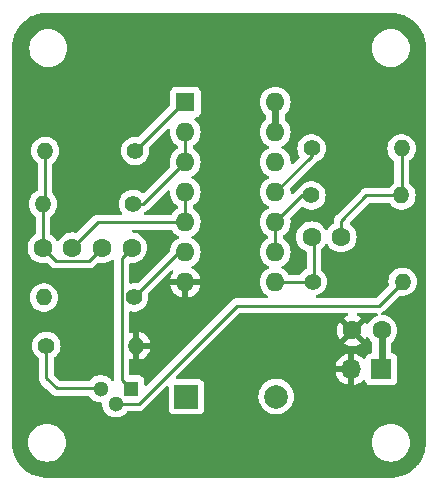
<source format=gbr>
%TF.GenerationSoftware,KiCad,Pcbnew,7.0.6*%
%TF.CreationDate,2023-09-16T09:49:35+02:00*%
%TF.ProjectId,cd4069-siren,63643430-3639-42d7-9369-72656e2e6b69,0*%
%TF.SameCoordinates,Original*%
%TF.FileFunction,Copper,L1,Top*%
%TF.FilePolarity,Positive*%
%FSLAX46Y46*%
G04 Gerber Fmt 4.6, Leading zero omitted, Abs format (unit mm)*
G04 Created by KiCad (PCBNEW 7.0.6) date 2023-09-16 09:49:35*
%MOMM*%
%LPD*%
G01*
G04 APERTURE LIST*
%TA.AperFunction,ComponentPad*%
%ADD10C,1.600000*%
%TD*%
%TA.AperFunction,ComponentPad*%
%ADD11C,1.400000*%
%TD*%
%TA.AperFunction,ComponentPad*%
%ADD12O,1.400000X1.400000*%
%TD*%
%TA.AperFunction,ComponentPad*%
%ADD13R,1.700000X1.700000*%
%TD*%
%TA.AperFunction,ComponentPad*%
%ADD14O,1.700000X1.700000*%
%TD*%
%TA.AperFunction,ComponentPad*%
%ADD15R,1.600000X1.600000*%
%TD*%
%TA.AperFunction,ComponentPad*%
%ADD16O,1.600000X1.600000*%
%TD*%
%TA.AperFunction,ComponentPad*%
%ADD17R,1.300000X1.300000*%
%TD*%
%TA.AperFunction,ComponentPad*%
%ADD18C,1.300000*%
%TD*%
%TA.AperFunction,ComponentPad*%
%ADD19R,2.000000X2.000000*%
%TD*%
%TA.AperFunction,ComponentPad*%
%ADD20C,2.000000*%
%TD*%
%TA.AperFunction,ViaPad*%
%ADD21C,0.800000*%
%TD*%
%TA.AperFunction,Conductor*%
%ADD22C,0.250000*%
%TD*%
%TA.AperFunction,Conductor*%
%ADD23C,0.600000*%
%TD*%
G04 APERTURE END LIST*
D10*
%TO.P,C1,1*%
%TO.N,/I0*%
X94050000Y-67300000D03*
%TO.P,C1,2*%
%TO.N,Net-(C1-Pad2)*%
X91550000Y-67300000D03*
%TD*%
D11*
%TO.P,R6,1*%
%TO.N,Net-(R6-Pad1)*%
X114290000Y-58875000D03*
D12*
%TO.P,R6,2*%
%TO.N,Net-(C3-Pad2)*%
X121910000Y-58875000D03*
%TD*%
D13*
%TO.P,BT1,1,+*%
%TO.N,+6V*%
X120200000Y-77600000D03*
D14*
%TO.P,BT1,2,-*%
%TO.N,GND*%
X117660000Y-77600000D03*
%TD*%
D11*
%TO.P,R3,1*%
%TO.N,Net-(R3-Pad1)*%
X99250000Y-71500000D03*
D12*
%TO.P,R3,2*%
%TO.N,Net-(Piezo1-Pad1)*%
X91630000Y-71500000D03*
%TD*%
D10*
%TO.P,C3,1*%
%TO.N,Net-(C3-Pad1)*%
X114300000Y-66375000D03*
%TO.P,C3,2*%
%TO.N,Net-(C3-Pad2)*%
X116800000Y-66375000D03*
%TD*%
D11*
%TO.P,R4,1*%
%TO.N,Net-(C3-Pad1)*%
X114380000Y-70175000D03*
D12*
%TO.P,R4,2*%
%TO.N,Net-(BC546-B)*%
X122000000Y-70175000D03*
%TD*%
D10*
%TO.P,C4,1*%
%TO.N,+6V*%
X120250000Y-74300000D03*
%TO.P,C4,2*%
%TO.N,GND*%
X117750000Y-74300000D03*
%TD*%
D11*
%TO.P,R2,1*%
%TO.N,Net-(R2-Pad1)*%
X99170000Y-63600000D03*
D12*
%TO.P,R2,2*%
%TO.N,Net-(C1-Pad2)*%
X91550000Y-63600000D03*
%TD*%
D11*
%TO.P,R5,1*%
%TO.N,Net-(R5-Pad1)*%
X114280000Y-62875000D03*
D12*
%TO.P,R5,2*%
%TO.N,Net-(C3-Pad2)*%
X121900000Y-62875000D03*
%TD*%
D15*
%TO.P,CD4069,1*%
%TO.N,Net-(R1-Pad1)*%
X103600000Y-54975000D03*
D16*
%TO.P,CD4069,2*%
%TO.N,Net-(R2-Pad1)*%
X103600000Y-57515000D03*
%TO.P,CD4069,3*%
X103600000Y-60055000D03*
%TO.P,CD4069,4*%
%TO.N,/I0*%
X103600000Y-62595000D03*
%TO.P,CD4069,5*%
X103600000Y-65135000D03*
%TO.P,CD4069,6*%
%TO.N,Net-(R3-Pad1)*%
X103600000Y-67675000D03*
%TO.P,CD4069,7,VSS*%
%TO.N,GND*%
X103600000Y-70215000D03*
%TO.P,CD4069,8*%
%TO.N,Net-(C3-Pad1)*%
X111220000Y-70215000D03*
%TO.P,CD4069,9*%
%TO.N,Net-(R5-Pad1)*%
X111220000Y-67675000D03*
%TO.P,CD4069,10*%
X111220000Y-65135000D03*
%TO.P,CD4069,11*%
%TO.N,Net-(R6-Pad1)*%
X111220000Y-62595000D03*
%TO.P,CD4069,12*%
%TO.N,unconnected-(U1-Pad12)*%
X111220000Y-60055000D03*
%TO.P,CD4069,13*%
%TO.N,+6V*%
X111220000Y-57515000D03*
%TO.P,CD4069,14,VDD*%
X111220000Y-54975000D03*
%TD*%
D11*
%TO.P,R7,1*%
%TO.N,Net-(BC546-E)*%
X91830000Y-75600000D03*
D12*
%TO.P,R7,2*%
%TO.N,GND*%
X99450000Y-75600000D03*
%TD*%
D10*
%TO.P,C2,1*%
%TO.N,Net-(C1-Pad2)*%
X96550000Y-67300000D03*
%TO.P,C2,2*%
%TO.N,/I1*%
X99050000Y-67300000D03*
%TD*%
D11*
%TO.P,R1,1*%
%TO.N,Net-(R1-Pad1)*%
X99350000Y-59100000D03*
D12*
%TO.P,R1,2*%
%TO.N,Net-(C1-Pad2)*%
X91730000Y-59100000D03*
%TD*%
D17*
%TO.P,BC546,1,C*%
%TO.N,/I1*%
X98970000Y-79230000D03*
D18*
%TO.P,BC546,2,B*%
%TO.N,Net-(BC546-B)*%
X97700000Y-80500000D03*
%TO.P,BC546,3,E*%
%TO.N,Net-(BC546-E)*%
X96430000Y-79230000D03*
%TD*%
D19*
%TO.P,Piezo1,1,1*%
%TO.N,Net-(Piezo1-Pad1)*%
X103700000Y-79900000D03*
D20*
%TO.P,Piezo1,2,2*%
%TO.N,/I0*%
X111300000Y-79900000D03*
%TD*%
D21*
%TO.N,GND*%
X107200000Y-67600000D03*
X121100000Y-55400000D03*
X115100000Y-84200000D03*
X107400000Y-55800000D03*
X112600000Y-74100000D03*
X90100000Y-78300000D03*
X122400000Y-67200000D03*
X122300000Y-72500000D03*
X97900000Y-54200000D03*
X99400000Y-69600000D03*
X98400000Y-61200000D03*
X107600000Y-63100000D03*
X115300000Y-61100000D03*
X101400000Y-63800000D03*
X90900000Y-69500000D03*
X115300000Y-53500000D03*
X100500000Y-84900000D03*
X103600000Y-72800000D03*
%TD*%
D22*
%TO.N,Net-(C3-Pad2)*%
X116800000Y-66375000D02*
X116800000Y-65000000D01*
X116800000Y-65000000D02*
X118925000Y-62875000D01*
X118925000Y-62875000D02*
X121900000Y-62875000D01*
%TO.N,Net-(C3-Pad1)*%
X114300000Y-66375000D02*
X114500000Y-66575000D01*
X114500000Y-66575000D02*
X114500000Y-70055000D01*
X114500000Y-70055000D02*
X114380000Y-70175000D01*
D23*
%TO.N,+6V*%
X120250000Y-74300000D02*
X120250000Y-77550000D01*
X120250000Y-77550000D02*
X120200000Y-77600000D01*
D22*
%TO.N,Net-(R5-Pad1)*%
X111220000Y-65135000D02*
X111220000Y-67675000D01*
%TO.N,Net-(C3-Pad1)*%
X111220000Y-70215000D02*
X114340000Y-70215000D01*
X114340000Y-70215000D02*
X114380000Y-70175000D01*
%TO.N,/I1*%
X99050000Y-67300000D02*
X98200000Y-68150000D01*
X98200000Y-68150000D02*
X98200000Y-78460000D01*
X98200000Y-78460000D02*
X98970000Y-79230000D01*
%TO.N,Net-(BC546-B)*%
X122000000Y-70175000D02*
X119975000Y-72200000D01*
X119975000Y-72200000D02*
X107950000Y-72200000D01*
X107950000Y-72200000D02*
X99650000Y-80500000D01*
X99650000Y-80500000D02*
X97700000Y-80500000D01*
%TO.N,Net-(BC546-E)*%
X91830000Y-75600000D02*
X91830000Y-78330000D01*
X91830000Y-78330000D02*
X92700000Y-79200000D01*
X92700000Y-79200000D02*
X96400000Y-79200000D01*
X96400000Y-79200000D02*
X96430000Y-79230000D01*
D23*
%TO.N,+6V*%
X111220000Y-57515000D02*
X111220000Y-54975000D01*
D22*
%TO.N,/I0*%
X94050000Y-67300000D02*
X96215000Y-65135000D01*
X103600000Y-62595000D02*
X103600000Y-65135000D01*
X96215000Y-65135000D02*
X103600000Y-65135000D01*
%TO.N,Net-(C1-Pad2)*%
X91550000Y-63600000D02*
X91550000Y-67300000D01*
X92675000Y-68425000D02*
X95425000Y-68425000D01*
X95425000Y-68425000D02*
X96550000Y-67300000D01*
X91730000Y-63420000D02*
X91550000Y-63600000D01*
X91730000Y-59100000D02*
X91730000Y-63420000D01*
X91550000Y-67300000D02*
X92675000Y-68425000D01*
%TO.N,Net-(C3-Pad2)*%
X121910000Y-58675000D02*
X121910000Y-62865000D01*
X121910000Y-62865000D02*
X121900000Y-62875000D01*
%TO.N,Net-(R1-Pad1)*%
X103475000Y-54975000D02*
X103600000Y-54975000D01*
X99350000Y-59100000D02*
X103475000Y-54975000D01*
%TO.N,Net-(R2-Pad1)*%
X100055000Y-63600000D02*
X99170000Y-63600000D01*
X103600000Y-60055000D02*
X100055000Y-63600000D01*
X103600000Y-60055000D02*
X103600000Y-57515000D01*
%TO.N,Net-(R3-Pad1)*%
X103400000Y-67475000D02*
X103600000Y-67675000D01*
X103075000Y-67675000D02*
X103600000Y-67675000D01*
X99250000Y-71500000D02*
X103075000Y-67675000D01*
%TO.N,Net-(R5-Pad1)*%
X113480000Y-62875000D02*
X114280000Y-62875000D01*
X111220000Y-65135000D02*
X113480000Y-62875000D01*
%TO.N,Net-(R6-Pad1)*%
X111220000Y-62595000D02*
X114290000Y-59525000D01*
X114290000Y-59525000D02*
X114290000Y-58875000D01*
%TD*%
%TA.AperFunction,Conductor*%
%TO.N,GND*%
G36*
X119853325Y-72845185D02*
G01*
X119899080Y-72897989D01*
X119909024Y-72967147D01*
X119879999Y-73030703D01*
X119821221Y-73068477D01*
X119818379Y-73069275D01*
X119803511Y-73073258D01*
X119803502Y-73073261D01*
X119597267Y-73169431D01*
X119597265Y-73169432D01*
X119410858Y-73299954D01*
X119249954Y-73460858D01*
X119119432Y-73647265D01*
X119119430Y-73647269D01*
X119112105Y-73662978D01*
X119065931Y-73715417D01*
X118998737Y-73734567D01*
X118931857Y-73714350D01*
X118887341Y-73662974D01*
X118880132Y-73647515D01*
X118880131Y-73647512D01*
X118829026Y-73574526D01*
X118829025Y-73574526D01*
X118147953Y-74255598D01*
X118135165Y-74174852D01*
X118077641Y-74061955D01*
X117988045Y-73972359D01*
X117875148Y-73914835D01*
X117794400Y-73902046D01*
X118475472Y-73220974D01*
X118475471Y-73220973D01*
X118402483Y-73169866D01*
X118402481Y-73169865D01*
X118196326Y-73073734D01*
X118196320Y-73073731D01*
X118179688Y-73069275D01*
X118120028Y-73032910D01*
X118089499Y-72970063D01*
X118097794Y-72900687D01*
X118142279Y-72846809D01*
X118208831Y-72825535D01*
X118211782Y-72825500D01*
X119786286Y-72825500D01*
X119853325Y-72845185D01*
G37*
%TD.AperFunction*%
%TA.AperFunction,Conductor*%
G36*
X102452851Y-65780185D02*
G01*
X102487387Y-65813377D01*
X102599954Y-65974141D01*
X102760858Y-66135045D01*
X102791831Y-66156732D01*
X102947266Y-66265568D01*
X103005275Y-66292618D01*
X103057714Y-66338791D01*
X103076866Y-66405984D01*
X103056650Y-66472865D01*
X103005275Y-66517382D01*
X102947267Y-66544431D01*
X102947265Y-66544432D01*
X102760858Y-66674954D01*
X102599954Y-66835858D01*
X102469432Y-67022265D01*
X102469431Y-67022267D01*
X102373261Y-67228502D01*
X102373258Y-67228511D01*
X102314366Y-67448302D01*
X102314364Y-67448311D01*
X102308447Y-67515936D01*
X102282993Y-67581004D01*
X102272600Y-67592807D01*
X99579892Y-70285515D01*
X99518569Y-70319000D01*
X99469426Y-70319722D01*
X99361243Y-70299500D01*
X99138757Y-70299500D01*
X99070361Y-70312285D01*
X98972284Y-70330619D01*
X98902769Y-70323588D01*
X98848090Y-70280090D01*
X98825608Y-70213936D01*
X98825500Y-70208777D01*
X98825500Y-68721147D01*
X98845185Y-68654108D01*
X98897989Y-68608354D01*
X98960306Y-68597620D01*
X99050000Y-68605468D01*
X99050000Y-68605467D01*
X99050001Y-68605468D01*
X99050002Y-68605468D01*
X99106673Y-68600509D01*
X99276692Y-68585635D01*
X99496496Y-68526739D01*
X99702734Y-68430568D01*
X99889139Y-68300047D01*
X100050047Y-68139139D01*
X100180568Y-67952734D01*
X100276739Y-67746496D01*
X100335635Y-67526692D01*
X100355468Y-67300000D01*
X100335635Y-67073308D01*
X100276739Y-66853504D01*
X100180568Y-66647266D01*
X100050047Y-66460861D01*
X100050045Y-66460858D01*
X99889141Y-66299954D01*
X99702734Y-66169432D01*
X99702732Y-66169431D01*
X99496497Y-66073261D01*
X99496488Y-66073258D01*
X99276697Y-66014366D01*
X99276693Y-66014365D01*
X99276692Y-66014365D01*
X99276691Y-66014364D01*
X99276686Y-66014364D01*
X99204260Y-66008028D01*
X99139191Y-65982576D01*
X99098212Y-65925985D01*
X99094334Y-65856223D01*
X99128788Y-65795439D01*
X99190635Y-65762931D01*
X99215067Y-65760500D01*
X102385812Y-65760500D01*
X102452851Y-65780185D01*
G37*
%TD.AperFunction*%
%TA.AperFunction,Conductor*%
G36*
X102218196Y-62423907D02*
G01*
X102274129Y-62465779D01*
X102298546Y-62531243D01*
X102298390Y-62550895D01*
X102294532Y-62594996D01*
X102294532Y-62595001D01*
X102314364Y-62821686D01*
X102314366Y-62821697D01*
X102373258Y-63041488D01*
X102373261Y-63041497D01*
X102469431Y-63247732D01*
X102469432Y-63247734D01*
X102599954Y-63434141D01*
X102760858Y-63595045D01*
X102921623Y-63707613D01*
X102965248Y-63762189D01*
X102974500Y-63809188D01*
X102974500Y-63920811D01*
X102954815Y-63987850D01*
X102921623Y-64022386D01*
X102760859Y-64134953D01*
X102599954Y-64295858D01*
X102487387Y-64456623D01*
X102432811Y-64500248D01*
X102385812Y-64509500D01*
X100236556Y-64509500D01*
X100169517Y-64489815D01*
X100123762Y-64437011D01*
X100113818Y-64367853D01*
X100137602Y-64310774D01*
X100192839Y-64237628D01*
X100246151Y-64197059D01*
X100250451Y-64195357D01*
X100255124Y-64193508D01*
X100260649Y-64191616D01*
X100305390Y-64178618D01*
X100322629Y-64168422D01*
X100340103Y-64159862D01*
X100358727Y-64152488D01*
X100358727Y-64152487D01*
X100358732Y-64152486D01*
X100396449Y-64125082D01*
X100401305Y-64121892D01*
X100441420Y-64098170D01*
X100455589Y-64083999D01*
X100470379Y-64071368D01*
X100486587Y-64059594D01*
X100516299Y-64023676D01*
X100520212Y-64019376D01*
X102087182Y-62452406D01*
X102148504Y-62418923D01*
X102218196Y-62423907D01*
G37*
%TD.AperFunction*%
%TA.AperFunction,Conductor*%
G36*
X121001619Y-47400584D02*
G01*
X121133628Y-47407503D01*
X121317027Y-47417803D01*
X121323212Y-47418465D01*
X121475647Y-47442608D01*
X121638194Y-47470226D01*
X121643811Y-47471453D01*
X121796693Y-47512418D01*
X121889122Y-47539046D01*
X121951724Y-47557082D01*
X121956759Y-47558769D01*
X122106183Y-47616127D01*
X122254007Y-47677358D01*
X122258412Y-47679388D01*
X122316795Y-47709136D01*
X122401921Y-47752511D01*
X122470991Y-47790684D01*
X122541480Y-47829641D01*
X122545215Y-47831882D01*
X122616449Y-47878142D01*
X122680872Y-47919980D01*
X122768357Y-47982053D01*
X122810764Y-48012142D01*
X122813886Y-48014510D01*
X122938748Y-48115621D01*
X122941034Y-48117567D01*
X123058721Y-48222738D01*
X123061248Y-48225128D01*
X123174870Y-48338750D01*
X123177260Y-48341277D01*
X123282431Y-48458964D01*
X123284385Y-48461260D01*
X123385480Y-48586102D01*
X123387862Y-48589243D01*
X123480019Y-48719127D01*
X123532215Y-48799500D01*
X123568106Y-48854767D01*
X123570364Y-48858531D01*
X123647488Y-48998078D01*
X123720604Y-49141575D01*
X123722643Y-49145997D01*
X123783877Y-49293829D01*
X123841221Y-49443217D01*
X123842916Y-49448273D01*
X123887579Y-49603297D01*
X123928541Y-49756171D01*
X123929778Y-49761835D01*
X123957394Y-49924369D01*
X123981530Y-50076758D01*
X123982196Y-50082985D01*
X123992509Y-50266618D01*
X123999414Y-50398364D01*
X123999499Y-50401649D01*
X123978180Y-83777082D01*
X123978095Y-83780288D01*
X123971202Y-83911830D01*
X123960874Y-84095715D01*
X123960208Y-84101941D01*
X123936115Y-84254070D01*
X123908451Y-84416884D01*
X123907214Y-84422548D01*
X123866328Y-84575142D01*
X123821579Y-84730465D01*
X123819884Y-84735522D01*
X123762646Y-84884635D01*
X123701289Y-85032760D01*
X123699251Y-85037182D01*
X123626276Y-85180405D01*
X123548986Y-85320250D01*
X123546719Y-85324027D01*
X123458822Y-85459380D01*
X123366460Y-85589550D01*
X123364078Y-85592691D01*
X123263173Y-85717299D01*
X123261219Y-85719595D01*
X123155849Y-85837504D01*
X123153459Y-85840031D01*
X123040031Y-85953459D01*
X123037504Y-85955849D01*
X122919595Y-86061219D01*
X122917299Y-86063173D01*
X122792691Y-86164078D01*
X122789550Y-86166460D01*
X122659380Y-86258822D01*
X122524027Y-86346719D01*
X122520250Y-86348986D01*
X122380405Y-86426276D01*
X122237182Y-86499251D01*
X122232760Y-86501289D01*
X122084635Y-86562646D01*
X121935522Y-86619884D01*
X121930465Y-86621579D01*
X121775142Y-86666328D01*
X121622548Y-86707214D01*
X121616884Y-86708451D01*
X121454070Y-86736115D01*
X121301941Y-86760208D01*
X121295715Y-86760874D01*
X121111831Y-86771202D01*
X120991333Y-86777516D01*
X120980301Y-86778095D01*
X120977057Y-86778180D01*
X91922943Y-86778180D01*
X91919698Y-86778095D01*
X91908666Y-86777516D01*
X91788169Y-86771202D01*
X91604283Y-86760874D01*
X91598057Y-86760208D01*
X91445929Y-86736115D01*
X91283114Y-86708451D01*
X91277450Y-86707214D01*
X91124857Y-86666328D01*
X90969533Y-86621579D01*
X90964476Y-86619884D01*
X90815364Y-86562646D01*
X90667238Y-86501289D01*
X90662816Y-86499250D01*
X90519594Y-86426276D01*
X90379748Y-86348986D01*
X90375971Y-86346719D01*
X90240626Y-86258826D01*
X90110448Y-86166460D01*
X90107307Y-86164078D01*
X89982680Y-86063156D01*
X89980429Y-86061241D01*
X89862475Y-85955831D01*
X89859967Y-85953459D01*
X89746539Y-85840031D01*
X89744170Y-85837527D01*
X89638752Y-85719563D01*
X89636848Y-85717327D01*
X89535910Y-85592678D01*
X89533538Y-85589550D01*
X89441169Y-85459367D01*
X89393318Y-85385683D01*
X89353276Y-85324023D01*
X89351012Y-85320249D01*
X89273723Y-85180405D01*
X89200748Y-85037182D01*
X89198709Y-85032760D01*
X89137354Y-84884635D01*
X89080107Y-84735502D01*
X89078426Y-84730491D01*
X89033671Y-84575142D01*
X88992780Y-84422531D01*
X88991552Y-84416914D01*
X88963887Y-84254087D01*
X88939788Y-84101930D01*
X88939124Y-84095715D01*
X88928797Y-83911830D01*
X88922937Y-83799999D01*
X90294551Y-83799999D01*
X90314317Y-84051151D01*
X90373126Y-84296110D01*
X90469533Y-84528859D01*
X90601160Y-84743653D01*
X90601161Y-84743656D01*
X90601164Y-84743659D01*
X90764776Y-84935224D01*
X90913066Y-85061875D01*
X90956343Y-85098838D01*
X90956346Y-85098839D01*
X91171140Y-85230466D01*
X91286946Y-85278434D01*
X91403889Y-85326873D01*
X91648852Y-85385683D01*
X91804950Y-85397968D01*
X91837116Y-85400500D01*
X91837118Y-85400500D01*
X91962884Y-85400500D01*
X91992518Y-85398167D01*
X92151148Y-85385683D01*
X92396111Y-85326873D01*
X92628859Y-85230466D01*
X92843659Y-85098836D01*
X93035224Y-84935224D01*
X93198836Y-84743659D01*
X93330466Y-84528859D01*
X93426873Y-84296111D01*
X93485683Y-84051148D01*
X93505449Y-83800000D01*
X93505449Y-83799999D01*
X119394551Y-83799999D01*
X119414317Y-84051151D01*
X119473126Y-84296110D01*
X119569533Y-84528859D01*
X119701160Y-84743653D01*
X119701161Y-84743656D01*
X119701164Y-84743659D01*
X119864776Y-84935224D01*
X120013066Y-85061875D01*
X120056343Y-85098838D01*
X120056346Y-85098839D01*
X120271140Y-85230466D01*
X120386946Y-85278434D01*
X120503889Y-85326873D01*
X120748852Y-85385683D01*
X120904950Y-85397968D01*
X120937116Y-85400500D01*
X120937118Y-85400500D01*
X121062884Y-85400500D01*
X121092517Y-85398167D01*
X121251148Y-85385683D01*
X121496111Y-85326873D01*
X121728859Y-85230466D01*
X121943659Y-85098836D01*
X122135224Y-84935224D01*
X122298836Y-84743659D01*
X122430466Y-84528859D01*
X122526873Y-84296111D01*
X122585683Y-84051148D01*
X122605449Y-83800000D01*
X122585683Y-83548852D01*
X122526873Y-83303889D01*
X122430466Y-83071141D01*
X122430466Y-83071140D01*
X122298839Y-82856346D01*
X122298838Y-82856343D01*
X122261875Y-82813066D01*
X122135224Y-82664776D01*
X122008571Y-82556604D01*
X121943656Y-82501161D01*
X121943653Y-82501160D01*
X121728859Y-82369533D01*
X121496110Y-82273126D01*
X121251150Y-82214317D01*
X121062884Y-82199500D01*
X121062882Y-82199500D01*
X120937118Y-82199500D01*
X120937116Y-82199500D01*
X120748849Y-82214317D01*
X120503889Y-82273126D01*
X120271140Y-82369533D01*
X120056346Y-82501160D01*
X120056343Y-82501161D01*
X119864776Y-82664776D01*
X119701161Y-82856343D01*
X119701160Y-82856346D01*
X119569533Y-83071140D01*
X119473126Y-83303889D01*
X119414317Y-83548848D01*
X119394551Y-83799999D01*
X93505449Y-83799999D01*
X93485683Y-83548852D01*
X93426873Y-83303889D01*
X93330466Y-83071141D01*
X93330466Y-83071140D01*
X93198839Y-82856346D01*
X93198838Y-82856343D01*
X93161875Y-82813066D01*
X93035224Y-82664776D01*
X92908571Y-82556604D01*
X92843656Y-82501161D01*
X92843653Y-82501160D01*
X92628859Y-82369533D01*
X92396110Y-82273126D01*
X92151150Y-82214317D01*
X91962884Y-82199500D01*
X91962882Y-82199500D01*
X91837118Y-82199500D01*
X91837116Y-82199500D01*
X91648849Y-82214317D01*
X91403889Y-82273126D01*
X91171140Y-82369533D01*
X90956346Y-82501160D01*
X90956343Y-82501161D01*
X90764776Y-82664776D01*
X90601161Y-82856343D01*
X90601160Y-82856346D01*
X90469533Y-83071140D01*
X90373126Y-83303889D01*
X90314317Y-83548848D01*
X90294551Y-83799999D01*
X88922937Y-83799999D01*
X88921905Y-83780310D01*
X88921821Y-83777032D01*
X88922627Y-82856346D01*
X88932562Y-71500000D01*
X90424357Y-71500000D01*
X90444884Y-71721535D01*
X90444885Y-71721537D01*
X90505769Y-71935523D01*
X90505775Y-71935538D01*
X90604938Y-72134683D01*
X90604943Y-72134691D01*
X90739020Y-72312238D01*
X90903437Y-72462123D01*
X90903439Y-72462125D01*
X91092595Y-72579245D01*
X91092596Y-72579245D01*
X91092599Y-72579247D01*
X91300060Y-72659618D01*
X91518757Y-72700500D01*
X91518759Y-72700500D01*
X91741241Y-72700500D01*
X91741243Y-72700500D01*
X91959940Y-72659618D01*
X92167401Y-72579247D01*
X92356562Y-72462124D01*
X92520981Y-72312236D01*
X92655058Y-72134689D01*
X92754229Y-71935528D01*
X92815115Y-71721536D01*
X92835643Y-71500000D01*
X92830200Y-71441265D01*
X92815115Y-71278464D01*
X92815114Y-71278462D01*
X92813490Y-71272755D01*
X92754229Y-71064472D01*
X92715770Y-70987236D01*
X92655061Y-70865316D01*
X92655056Y-70865308D01*
X92520979Y-70687761D01*
X92356562Y-70537876D01*
X92356560Y-70537874D01*
X92167404Y-70420754D01*
X92167398Y-70420752D01*
X91959940Y-70340382D01*
X91741243Y-70299500D01*
X91518757Y-70299500D01*
X91300060Y-70340382D01*
X91205502Y-70377014D01*
X91092601Y-70420752D01*
X91092595Y-70420754D01*
X90903439Y-70537874D01*
X90903437Y-70537876D01*
X90739020Y-70687761D01*
X90604943Y-70865308D01*
X90604938Y-70865316D01*
X90505775Y-71064461D01*
X90505769Y-71064476D01*
X90444885Y-71278462D01*
X90444884Y-71278464D01*
X90424357Y-71499999D01*
X90424357Y-71500000D01*
X88932562Y-71500000D01*
X88936237Y-67300001D01*
X90244532Y-67300001D01*
X90264364Y-67526686D01*
X90264366Y-67526697D01*
X90323258Y-67746488D01*
X90323261Y-67746497D01*
X90419431Y-67952732D01*
X90419432Y-67952734D01*
X90549954Y-68139141D01*
X90710858Y-68300045D01*
X90710861Y-68300047D01*
X90897266Y-68430568D01*
X91103504Y-68526739D01*
X91323308Y-68585635D01*
X91480780Y-68599412D01*
X91549998Y-68605468D01*
X91550000Y-68605468D01*
X91550002Y-68605468D01*
X91606672Y-68600509D01*
X91776692Y-68585635D01*
X91845048Y-68567319D01*
X91914897Y-68568982D01*
X91964822Y-68599413D01*
X92174197Y-68808788D01*
X92184022Y-68821051D01*
X92184243Y-68820869D01*
X92189214Y-68826878D01*
X92210043Y-68846437D01*
X92239635Y-68874226D01*
X92260529Y-68895120D01*
X92266011Y-68899373D01*
X92270443Y-68903157D01*
X92304418Y-68935062D01*
X92321976Y-68944714D01*
X92338235Y-68955395D01*
X92354064Y-68967673D01*
X92396838Y-68986182D01*
X92402056Y-68988738D01*
X92442908Y-69011197D01*
X92462316Y-69016180D01*
X92480717Y-69022480D01*
X92499104Y-69030437D01*
X92542488Y-69037308D01*
X92545119Y-69037725D01*
X92550839Y-69038909D01*
X92595981Y-69050500D01*
X92616016Y-69050500D01*
X92635414Y-69052026D01*
X92655194Y-69055159D01*
X92655195Y-69055160D01*
X92655195Y-69055159D01*
X92655196Y-69055160D01*
X92701583Y-69050775D01*
X92707422Y-69050500D01*
X95342257Y-69050500D01*
X95357877Y-69052224D01*
X95357904Y-69051939D01*
X95365660Y-69052671D01*
X95365667Y-69052673D01*
X95434814Y-69050500D01*
X95464350Y-69050500D01*
X95471228Y-69049630D01*
X95477041Y-69049172D01*
X95523627Y-69047709D01*
X95542869Y-69042117D01*
X95561912Y-69038174D01*
X95581792Y-69035664D01*
X95625122Y-69018507D01*
X95630646Y-69016617D01*
X95642614Y-69013140D01*
X95675390Y-69003618D01*
X95692629Y-68993422D01*
X95710103Y-68984862D01*
X95728727Y-68977488D01*
X95728727Y-68977487D01*
X95728732Y-68977486D01*
X95766449Y-68950082D01*
X95771305Y-68946892D01*
X95811420Y-68923170D01*
X95825589Y-68908999D01*
X95840379Y-68896368D01*
X95856587Y-68884594D01*
X95886299Y-68848676D01*
X95890212Y-68844376D01*
X96135178Y-68599411D01*
X96196500Y-68565927D01*
X96254947Y-68567317D01*
X96323308Y-68585635D01*
X96480780Y-68599412D01*
X96549998Y-68605468D01*
X96550000Y-68605468D01*
X96550002Y-68605468D01*
X96606672Y-68600509D01*
X96776692Y-68585635D01*
X96996496Y-68526739D01*
X97202734Y-68430568D01*
X97379378Y-68306881D01*
X97445583Y-68284555D01*
X97513350Y-68301565D01*
X97561163Y-68352514D01*
X97574500Y-68408457D01*
X97574500Y-78377255D01*
X97572775Y-78392872D01*
X97573061Y-78392899D01*
X97572326Y-78400666D01*
X97574265Y-78462356D01*
X97556695Y-78529981D01*
X97505354Y-78577371D01*
X97436542Y-78589481D01*
X97372106Y-78562467D01*
X97351372Y-78540977D01*
X97344690Y-78532129D01*
X97283872Y-78451593D01*
X97126302Y-78307948D01*
X96945019Y-78195702D01*
X96945017Y-78195701D01*
X96845608Y-78157190D01*
X96746198Y-78118679D01*
X96536610Y-78079500D01*
X96323390Y-78079500D01*
X96113802Y-78118679D01*
X96113799Y-78118679D01*
X96113799Y-78118680D01*
X95914982Y-78195701D01*
X95914980Y-78195702D01*
X95733699Y-78307947D01*
X95576127Y-78451593D01*
X95520522Y-78525227D01*
X95464413Y-78566863D01*
X95421568Y-78574500D01*
X93010452Y-78574500D01*
X92943413Y-78554815D01*
X92922771Y-78538181D01*
X92491819Y-78107228D01*
X92458334Y-78045905D01*
X92455500Y-78019547D01*
X92455500Y-76693765D01*
X92475185Y-76626726D01*
X92514220Y-76588340D01*
X92556562Y-76562124D01*
X92720981Y-76412236D01*
X92855058Y-76234689D01*
X92954229Y-76035528D01*
X93015115Y-75821536D01*
X93035643Y-75600000D01*
X93028810Y-75526264D01*
X93015115Y-75378464D01*
X93015114Y-75378462D01*
X93010911Y-75363691D01*
X92954229Y-75164472D01*
X92885015Y-75025472D01*
X92855061Y-74965316D01*
X92855056Y-74965308D01*
X92720979Y-74787761D01*
X92556562Y-74637876D01*
X92556560Y-74637874D01*
X92367404Y-74520754D01*
X92367398Y-74520752D01*
X92159940Y-74440382D01*
X91941243Y-74399500D01*
X91718757Y-74399500D01*
X91500060Y-74440382D01*
X91372913Y-74489639D01*
X91292601Y-74520752D01*
X91292595Y-74520754D01*
X91103439Y-74637874D01*
X91103437Y-74637876D01*
X90939020Y-74787761D01*
X90804943Y-74965308D01*
X90804938Y-74965316D01*
X90705775Y-75164461D01*
X90705769Y-75164476D01*
X90644885Y-75378462D01*
X90644884Y-75378464D01*
X90624357Y-75599999D01*
X90624357Y-75600000D01*
X90644884Y-75821535D01*
X90644885Y-75821537D01*
X90705769Y-76035523D01*
X90705775Y-76035538D01*
X90804938Y-76234683D01*
X90804943Y-76234691D01*
X90939020Y-76412238D01*
X91103433Y-76562120D01*
X91103435Y-76562122D01*
X91103437Y-76562123D01*
X91103438Y-76562124D01*
X91145778Y-76588339D01*
X91192412Y-76640364D01*
X91204500Y-76693765D01*
X91204500Y-78247255D01*
X91202775Y-78262872D01*
X91203061Y-78262899D01*
X91202326Y-78270665D01*
X91204500Y-78339814D01*
X91204500Y-78369343D01*
X91204501Y-78369360D01*
X91205368Y-78376231D01*
X91205826Y-78382050D01*
X91207290Y-78428624D01*
X91207291Y-78428627D01*
X91212880Y-78447867D01*
X91216824Y-78466911D01*
X91219336Y-78486792D01*
X91232948Y-78521172D01*
X91236490Y-78530119D01*
X91238382Y-78535647D01*
X91251381Y-78580388D01*
X91261580Y-78597634D01*
X91270136Y-78615100D01*
X91277514Y-78633732D01*
X91294901Y-78657664D01*
X91304898Y-78671423D01*
X91308106Y-78676307D01*
X91331827Y-78716416D01*
X91331833Y-78716424D01*
X91345990Y-78730580D01*
X91358628Y-78745376D01*
X91370405Y-78761586D01*
X91370406Y-78761587D01*
X91406309Y-78791288D01*
X91410620Y-78795210D01*
X91845410Y-79230000D01*
X92199194Y-79583784D01*
X92209019Y-79596048D01*
X92209240Y-79595866D01*
X92214210Y-79601873D01*
X92214213Y-79601876D01*
X92214214Y-79601877D01*
X92264651Y-79649241D01*
X92285529Y-79670119D01*
X92291004Y-79674366D01*
X92295446Y-79678160D01*
X92329415Y-79710060D01*
X92329417Y-79710061D01*
X92329418Y-79710062D01*
X92346976Y-79719714D01*
X92363237Y-79730396D01*
X92379064Y-79742673D01*
X92421823Y-79761176D01*
X92427073Y-79763748D01*
X92467904Y-79786195D01*
X92467908Y-79786197D01*
X92467912Y-79786198D01*
X92487311Y-79791179D01*
X92505722Y-79797483D01*
X92524097Y-79805435D01*
X92524100Y-79805435D01*
X92524105Y-79805438D01*
X92570149Y-79812729D01*
X92575832Y-79813906D01*
X92620981Y-79825500D01*
X92641016Y-79825500D01*
X92660413Y-79827026D01*
X92680196Y-79830160D01*
X92726583Y-79825775D01*
X92732422Y-79825500D01*
X95376257Y-79825500D01*
X95443296Y-79845185D01*
X95475211Y-79874773D01*
X95494262Y-79900000D01*
X95576128Y-80008407D01*
X95733698Y-80152052D01*
X95914981Y-80264298D01*
X96113802Y-80341321D01*
X96323390Y-80380500D01*
X96323392Y-80380500D01*
X96420571Y-80380500D01*
X96487610Y-80400185D01*
X96533365Y-80452989D01*
X96542383Y-80494445D01*
X96544042Y-80494292D01*
X96544570Y-80500000D01*
X96544571Y-80500000D01*
X96564244Y-80712310D01*
X96596246Y-80824785D01*
X96622596Y-80917392D01*
X96622596Y-80917394D01*
X96717632Y-81108253D01*
X96830373Y-81257544D01*
X96846128Y-81278407D01*
X97003698Y-81422052D01*
X97184981Y-81534298D01*
X97383802Y-81611321D01*
X97593390Y-81650500D01*
X97593392Y-81650500D01*
X97806608Y-81650500D01*
X97806610Y-81650500D01*
X98016198Y-81611321D01*
X98215019Y-81534298D01*
X98396302Y-81422052D01*
X98553872Y-81278407D01*
X98632133Y-81174772D01*
X98688242Y-81133137D01*
X98731087Y-81125500D01*
X99567257Y-81125500D01*
X99582877Y-81127224D01*
X99582904Y-81126939D01*
X99590660Y-81127671D01*
X99590667Y-81127673D01*
X99659814Y-81125500D01*
X99689350Y-81125500D01*
X99696228Y-81124630D01*
X99702041Y-81124172D01*
X99748627Y-81122709D01*
X99767869Y-81117117D01*
X99786912Y-81113174D01*
X99806792Y-81110664D01*
X99850122Y-81093507D01*
X99855646Y-81091617D01*
X99859396Y-81090527D01*
X99900390Y-81078618D01*
X99917629Y-81068422D01*
X99935103Y-81059862D01*
X99953727Y-81052488D01*
X99953727Y-81052487D01*
X99953732Y-81052486D01*
X99991449Y-81025082D01*
X99996305Y-81021892D01*
X100036420Y-80998170D01*
X100050589Y-80983999D01*
X100065379Y-80971368D01*
X100081587Y-80959594D01*
X100111299Y-80923676D01*
X100115212Y-80919376D01*
X101987821Y-79046767D01*
X102049142Y-79013284D01*
X102118834Y-79018268D01*
X102174767Y-79060140D01*
X102199184Y-79125604D01*
X102199500Y-79134450D01*
X102199500Y-80947870D01*
X102199501Y-80947876D01*
X102205908Y-81007483D01*
X102256202Y-81142328D01*
X102256206Y-81142335D01*
X102342452Y-81257544D01*
X102342455Y-81257547D01*
X102457664Y-81343793D01*
X102457671Y-81343797D01*
X102592517Y-81394091D01*
X102592516Y-81394091D01*
X102599444Y-81394835D01*
X102652127Y-81400500D01*
X104747872Y-81400499D01*
X104807483Y-81394091D01*
X104942331Y-81343796D01*
X105057546Y-81257546D01*
X105143796Y-81142331D01*
X105194091Y-81007483D01*
X105200500Y-80947873D01*
X105200500Y-79900005D01*
X109794357Y-79900005D01*
X109814890Y-80147812D01*
X109814892Y-80147824D01*
X109875936Y-80388881D01*
X109975826Y-80616606D01*
X110111833Y-80824782D01*
X110111836Y-80824785D01*
X110280256Y-81007738D01*
X110476491Y-81160474D01*
X110695190Y-81278828D01*
X110930386Y-81359571D01*
X111175665Y-81400500D01*
X111424335Y-81400500D01*
X111669614Y-81359571D01*
X111904810Y-81278828D01*
X112123509Y-81160474D01*
X112319744Y-81007738D01*
X112488164Y-80824785D01*
X112624173Y-80616607D01*
X112724063Y-80388881D01*
X112785108Y-80147821D01*
X112796660Y-80008407D01*
X112805643Y-79900005D01*
X112805643Y-79899994D01*
X112785109Y-79652187D01*
X112785107Y-79652175D01*
X112724063Y-79411118D01*
X112624173Y-79183393D01*
X112488166Y-78975217D01*
X112447123Y-78930633D01*
X112319744Y-78792262D01*
X112123509Y-78639526D01*
X112123507Y-78639525D01*
X112123506Y-78639524D01*
X111904811Y-78521172D01*
X111904802Y-78521169D01*
X111669616Y-78440429D01*
X111424335Y-78399500D01*
X111175665Y-78399500D01*
X110930383Y-78440429D01*
X110695197Y-78521169D01*
X110695188Y-78521172D01*
X110476493Y-78639524D01*
X110280257Y-78792261D01*
X110111833Y-78975217D01*
X109975826Y-79183393D01*
X109875936Y-79411118D01*
X109814892Y-79652175D01*
X109814890Y-79652187D01*
X109794357Y-79899994D01*
X109794357Y-79900005D01*
X105200500Y-79900005D01*
X105200499Y-78852128D01*
X105194091Y-78792517D01*
X105187035Y-78773600D01*
X105143797Y-78657671D01*
X105143793Y-78657664D01*
X105057547Y-78542455D01*
X105057544Y-78542452D01*
X104942335Y-78456206D01*
X104942328Y-78456202D01*
X104807482Y-78405908D01*
X104807483Y-78405908D01*
X104747883Y-78399501D01*
X104747881Y-78399500D01*
X104747873Y-78399500D01*
X104747865Y-78399500D01*
X102934450Y-78399500D01*
X102867411Y-78379815D01*
X102821656Y-78327011D01*
X102811712Y-78257853D01*
X102840737Y-78194297D01*
X102846754Y-78187834D01*
X108172770Y-72861819D01*
X108234094Y-72828334D01*
X108260452Y-72825500D01*
X117288218Y-72825500D01*
X117355257Y-72845185D01*
X117401012Y-72897989D01*
X117410956Y-72967147D01*
X117381931Y-73030703D01*
X117323153Y-73068477D01*
X117320312Y-73069275D01*
X117303679Y-73073731D01*
X117303673Y-73073734D01*
X117097513Y-73169868D01*
X117024527Y-73220972D01*
X117024526Y-73220973D01*
X117705600Y-73902046D01*
X117624852Y-73914835D01*
X117511955Y-73972359D01*
X117422359Y-74061955D01*
X117364835Y-74174852D01*
X117352046Y-74255599D01*
X116670973Y-73574526D01*
X116670972Y-73574527D01*
X116619868Y-73647513D01*
X116523734Y-73853673D01*
X116523730Y-73853682D01*
X116464860Y-74073389D01*
X116464858Y-74073400D01*
X116445034Y-74299997D01*
X116445034Y-74300002D01*
X116464858Y-74526599D01*
X116464860Y-74526610D01*
X116523730Y-74746317D01*
X116523734Y-74746326D01*
X116619865Y-74952481D01*
X116619866Y-74952483D01*
X116670973Y-75025471D01*
X116670974Y-75025472D01*
X117352046Y-74344399D01*
X117364835Y-74425148D01*
X117422359Y-74538045D01*
X117511955Y-74627641D01*
X117624852Y-74685165D01*
X117705599Y-74697953D01*
X117024526Y-75379025D01*
X117024526Y-75379026D01*
X117097512Y-75430131D01*
X117097516Y-75430133D01*
X117303673Y-75526265D01*
X117303682Y-75526269D01*
X117523389Y-75585139D01*
X117523400Y-75585141D01*
X117749998Y-75604966D01*
X117750002Y-75604966D01*
X117976599Y-75585141D01*
X117976610Y-75585139D01*
X118196317Y-75526269D01*
X118196331Y-75526264D01*
X118402478Y-75430136D01*
X118475472Y-75379025D01*
X117794401Y-74697953D01*
X117875148Y-74685165D01*
X117988045Y-74627641D01*
X118077641Y-74538045D01*
X118135165Y-74425148D01*
X118147953Y-74344400D01*
X118829025Y-75025472D01*
X118880134Y-74952481D01*
X118887340Y-74937028D01*
X118933511Y-74884587D01*
X119000704Y-74865433D01*
X119067585Y-74885646D01*
X119112105Y-74937022D01*
X119119430Y-74952730D01*
X119119432Y-74952734D01*
X119249954Y-75139141D01*
X119413181Y-75302368D01*
X119446666Y-75363691D01*
X119449500Y-75390049D01*
X119449500Y-76125500D01*
X119429815Y-76192539D01*
X119377011Y-76238294D01*
X119325505Y-76249500D01*
X119302132Y-76249500D01*
X119302123Y-76249501D01*
X119242516Y-76255908D01*
X119107671Y-76306202D01*
X119107664Y-76306206D01*
X118992455Y-76392452D01*
X118992452Y-76392455D01*
X118906206Y-76507664D01*
X118906202Y-76507671D01*
X118856997Y-76639598D01*
X118815126Y-76695532D01*
X118749661Y-76719949D01*
X118681388Y-76705097D01*
X118653134Y-76683946D01*
X118531082Y-76561894D01*
X118337578Y-76426399D01*
X118123492Y-76326570D01*
X118123486Y-76326567D01*
X117910000Y-76269364D01*
X117910000Y-77164498D01*
X117802315Y-77115320D01*
X117695763Y-77100000D01*
X117624237Y-77100000D01*
X117517685Y-77115320D01*
X117410000Y-77164498D01*
X117410000Y-76269364D01*
X117409999Y-76269364D01*
X117196513Y-76326567D01*
X117196507Y-76326570D01*
X116982422Y-76426399D01*
X116982420Y-76426400D01*
X116788926Y-76561886D01*
X116788920Y-76561891D01*
X116621891Y-76728920D01*
X116621886Y-76728926D01*
X116486400Y-76922420D01*
X116486399Y-76922422D01*
X116386570Y-77136507D01*
X116386567Y-77136513D01*
X116329364Y-77349999D01*
X116329364Y-77350000D01*
X117226314Y-77350000D01*
X117200507Y-77390156D01*
X117160000Y-77528111D01*
X117160000Y-77671889D01*
X117200507Y-77809844D01*
X117226314Y-77850000D01*
X116329364Y-77850000D01*
X116386567Y-78063486D01*
X116386570Y-78063492D01*
X116486399Y-78277578D01*
X116621894Y-78471082D01*
X116788917Y-78638105D01*
X116982421Y-78773600D01*
X117196507Y-78873429D01*
X117196516Y-78873433D01*
X117410000Y-78930634D01*
X117410000Y-78035501D01*
X117517685Y-78084680D01*
X117624237Y-78100000D01*
X117695763Y-78100000D01*
X117802315Y-78084680D01*
X117910000Y-78035501D01*
X117910000Y-78930633D01*
X118123483Y-78873433D01*
X118123492Y-78873429D01*
X118337578Y-78773600D01*
X118531078Y-78638108D01*
X118653133Y-78516053D01*
X118714456Y-78482568D01*
X118784148Y-78487552D01*
X118840082Y-78529423D01*
X118856997Y-78560401D01*
X118906202Y-78692328D01*
X118906206Y-78692335D01*
X118992452Y-78807544D01*
X118992455Y-78807547D01*
X119107664Y-78893793D01*
X119107671Y-78893797D01*
X119242517Y-78944091D01*
X119242516Y-78944091D01*
X119249444Y-78944835D01*
X119302127Y-78950500D01*
X121097872Y-78950499D01*
X121157483Y-78944091D01*
X121292331Y-78893796D01*
X121407546Y-78807546D01*
X121493796Y-78692331D01*
X121544091Y-78557483D01*
X121550500Y-78497873D01*
X121550499Y-76702128D01*
X121544091Y-76642517D01*
X121543002Y-76639598D01*
X121493797Y-76507671D01*
X121493793Y-76507664D01*
X121407547Y-76392455D01*
X121407544Y-76392452D01*
X121292335Y-76306206D01*
X121292328Y-76306202D01*
X121157482Y-76255908D01*
X121149938Y-76254126D01*
X121150474Y-76251853D01*
X121096688Y-76229571D01*
X121056843Y-76172177D01*
X121050500Y-76133024D01*
X121050500Y-75390048D01*
X121070185Y-75323009D01*
X121086819Y-75302366D01*
X121089135Y-75300049D01*
X121089139Y-75300047D01*
X121250047Y-75139139D01*
X121380568Y-74952734D01*
X121476739Y-74746496D01*
X121535635Y-74526692D01*
X121555468Y-74300000D01*
X121535635Y-74073308D01*
X121476739Y-73853504D01*
X121380568Y-73647266D01*
X121250047Y-73460861D01*
X121250045Y-73460858D01*
X121089141Y-73299954D01*
X120902734Y-73169432D01*
X120902732Y-73169431D01*
X120696497Y-73073261D01*
X120696488Y-73073258D01*
X120476697Y-73014366D01*
X120476687Y-73014364D01*
X120295394Y-72998503D01*
X120230326Y-72973050D01*
X120189347Y-72916459D01*
X120185469Y-72846697D01*
X120219923Y-72785913D01*
X120260556Y-72759682D01*
X120278732Y-72752486D01*
X120316449Y-72725082D01*
X120321305Y-72721892D01*
X120361420Y-72698170D01*
X120375589Y-72683999D01*
X120390379Y-72671368D01*
X120406587Y-72659594D01*
X120436299Y-72623676D01*
X120440212Y-72619376D01*
X121670107Y-71389482D01*
X121731428Y-71355999D01*
X121780570Y-71355276D01*
X121888757Y-71375500D01*
X121888759Y-71375500D01*
X122111241Y-71375500D01*
X122111243Y-71375500D01*
X122329940Y-71334618D01*
X122537401Y-71254247D01*
X122726562Y-71137124D01*
X122890981Y-70987236D01*
X123025058Y-70809689D01*
X123124229Y-70610528D01*
X123185115Y-70396536D01*
X123205643Y-70175000D01*
X123185115Y-69953464D01*
X123124229Y-69739472D01*
X123124224Y-69739461D01*
X123025061Y-69540316D01*
X123025056Y-69540308D01*
X122890979Y-69362761D01*
X122726562Y-69212876D01*
X122726560Y-69212874D01*
X122537404Y-69095754D01*
X122537398Y-69095752D01*
X122329940Y-69015382D01*
X122111243Y-68974500D01*
X121888757Y-68974500D01*
X121670060Y-69015382D01*
X121561646Y-69057382D01*
X121462601Y-69095752D01*
X121462595Y-69095754D01*
X121273439Y-69212874D01*
X121273437Y-69212876D01*
X121109020Y-69362761D01*
X120974943Y-69540308D01*
X120974938Y-69540316D01*
X120875775Y-69739461D01*
X120875769Y-69739476D01*
X120814885Y-69953462D01*
X120814884Y-69953464D01*
X120802247Y-70089852D01*
X120794357Y-70175000D01*
X120808125Y-70323588D01*
X120814886Y-70396546D01*
X120815317Y-70398854D01*
X120815203Y-70399973D01*
X120815414Y-70402244D01*
X120814969Y-70402285D01*
X120808275Y-70468368D01*
X120781106Y-70509301D01*
X119752228Y-71538181D01*
X119690905Y-71571666D01*
X119664547Y-71574500D01*
X114754073Y-71574500D01*
X114687034Y-71554815D01*
X114641279Y-71502011D01*
X114631335Y-71432853D01*
X114660360Y-71369297D01*
X114709279Y-71334873D01*
X114709934Y-71334619D01*
X114709940Y-71334618D01*
X114917401Y-71254247D01*
X115106562Y-71137124D01*
X115270981Y-70987236D01*
X115405058Y-70809689D01*
X115504229Y-70610528D01*
X115565115Y-70396536D01*
X115585643Y-70175000D01*
X115565115Y-69953464D01*
X115504229Y-69739472D01*
X115504224Y-69739461D01*
X115405061Y-69540316D01*
X115405056Y-69540308D01*
X115270981Y-69362764D01*
X115165961Y-69267025D01*
X115129680Y-69207313D01*
X115125500Y-69175388D01*
X115125500Y-67440049D01*
X115145185Y-67373010D01*
X115161819Y-67352368D01*
X115300045Y-67214141D01*
X115300044Y-67214140D01*
X115300047Y-67214139D01*
X115430568Y-67027734D01*
X115437618Y-67012614D01*
X115483789Y-66960176D01*
X115550982Y-66941023D01*
X115617864Y-66961238D01*
X115662381Y-67012614D01*
X115669432Y-67027733D01*
X115669432Y-67027734D01*
X115799954Y-67214141D01*
X115960858Y-67375045D01*
X115960861Y-67375047D01*
X116147266Y-67505568D01*
X116353504Y-67601739D01*
X116573308Y-67660635D01*
X116735230Y-67674801D01*
X116799998Y-67680468D01*
X116800000Y-67680468D01*
X116800002Y-67680468D01*
X116862522Y-67674998D01*
X117026692Y-67660635D01*
X117246496Y-67601739D01*
X117452734Y-67505568D01*
X117639139Y-67375047D01*
X117800047Y-67214139D01*
X117930568Y-67027734D01*
X118026739Y-66821496D01*
X118085635Y-66601692D01*
X118105468Y-66375000D01*
X118085635Y-66148308D01*
X118026739Y-65928504D01*
X117930568Y-65722266D01*
X117800047Y-65535861D01*
X117800045Y-65535858D01*
X117639141Y-65374954D01*
X117566389Y-65324013D01*
X117522764Y-65269436D01*
X117515570Y-65199938D01*
X117547093Y-65137583D01*
X117549796Y-65134793D01*
X119147771Y-63536819D01*
X119209095Y-63503334D01*
X119235453Y-63500500D01*
X120806258Y-63500500D01*
X120873297Y-63520185D01*
X120905212Y-63549773D01*
X121009020Y-63687238D01*
X121173437Y-63837123D01*
X121173439Y-63837125D01*
X121362595Y-63954245D01*
X121362596Y-63954245D01*
X121362599Y-63954247D01*
X121570060Y-64034618D01*
X121788757Y-64075500D01*
X121788759Y-64075500D01*
X122011241Y-64075500D01*
X122011243Y-64075500D01*
X122229940Y-64034618D01*
X122437401Y-63954247D01*
X122626562Y-63837124D01*
X122790981Y-63687236D01*
X122925058Y-63509689D01*
X123024229Y-63310528D01*
X123085115Y-63096536D01*
X123105643Y-62875000D01*
X123093756Y-62746722D01*
X123085115Y-62653464D01*
X123085114Y-62653462D01*
X123080679Y-62637876D01*
X123024229Y-62439472D01*
X123012246Y-62415407D01*
X122925061Y-62240316D01*
X122925056Y-62240308D01*
X122790979Y-62062761D01*
X122626563Y-61912877D01*
X122626562Y-61912876D01*
X122594221Y-61892851D01*
X122547587Y-61840824D01*
X122535500Y-61787425D01*
X122535500Y-59968765D01*
X122555185Y-59901726D01*
X122594220Y-59863340D01*
X122636562Y-59837124D01*
X122800981Y-59687236D01*
X122935058Y-59509689D01*
X123034229Y-59310528D01*
X123095115Y-59096536D01*
X123115643Y-58875000D01*
X123095115Y-58653464D01*
X123034229Y-58439472D01*
X122958687Y-58287764D01*
X122935061Y-58240316D01*
X122935056Y-58240308D01*
X122800979Y-58062761D01*
X122636562Y-57912876D01*
X122636560Y-57912874D01*
X122447404Y-57795754D01*
X122447398Y-57795752D01*
X122239940Y-57715382D01*
X122021243Y-57674500D01*
X121798757Y-57674500D01*
X121580060Y-57715382D01*
X121448864Y-57766207D01*
X121372601Y-57795752D01*
X121372595Y-57795754D01*
X121183439Y-57912874D01*
X121183437Y-57912876D01*
X121019020Y-58062761D01*
X120884943Y-58240308D01*
X120884938Y-58240316D01*
X120785775Y-58439461D01*
X120785769Y-58439476D01*
X120724885Y-58653462D01*
X120724884Y-58653464D01*
X120704357Y-58874999D01*
X120704357Y-58875000D01*
X120724884Y-59096535D01*
X120724885Y-59096537D01*
X120785769Y-59310523D01*
X120785775Y-59310538D01*
X120884938Y-59509683D01*
X120884943Y-59509691D01*
X121019020Y-59687238D01*
X121183433Y-59837120D01*
X121183435Y-59837122D01*
X121183437Y-59837123D01*
X121183438Y-59837124D01*
X121225778Y-59863339D01*
X121272412Y-59915364D01*
X121284500Y-59968765D01*
X121284500Y-61775041D01*
X121264815Y-61842080D01*
X121225778Y-61880467D01*
X121173442Y-61912872D01*
X121173437Y-61912876D01*
X121009020Y-62062761D01*
X120905212Y-62200227D01*
X120849103Y-62241863D01*
X120806258Y-62249500D01*
X119007743Y-62249500D01*
X118992122Y-62247775D01*
X118992096Y-62248061D01*
X118984334Y-62247327D01*
X118984333Y-62247327D01*
X118915186Y-62249500D01*
X118885649Y-62249500D01*
X118878766Y-62250369D01*
X118872949Y-62250826D01*
X118826373Y-62252290D01*
X118807129Y-62257881D01*
X118788079Y-62261825D01*
X118768211Y-62264334D01*
X118724884Y-62281488D01*
X118719358Y-62283379D01*
X118674614Y-62296379D01*
X118674610Y-62296381D01*
X118657366Y-62306579D01*
X118639905Y-62315133D01*
X118621274Y-62322510D01*
X118621262Y-62322517D01*
X118583570Y-62349902D01*
X118578687Y-62353109D01*
X118538580Y-62376829D01*
X118524414Y-62390995D01*
X118509624Y-62403627D01*
X118493414Y-62415404D01*
X118493411Y-62415407D01*
X118463710Y-62451309D01*
X118459777Y-62455631D01*
X116416208Y-64499199D01*
X116403951Y-64509020D01*
X116404134Y-64509241D01*
X116398123Y-64514213D01*
X116350772Y-64564636D01*
X116329889Y-64585519D01*
X116329877Y-64585532D01*
X116325621Y-64591017D01*
X116321837Y-64595447D01*
X116289937Y-64629418D01*
X116289936Y-64629420D01*
X116280284Y-64646976D01*
X116269610Y-64663226D01*
X116257329Y-64679061D01*
X116257324Y-64679068D01*
X116238815Y-64721838D01*
X116236245Y-64727084D01*
X116213803Y-64767906D01*
X116208822Y-64787307D01*
X116202521Y-64805710D01*
X116194562Y-64824102D01*
X116194561Y-64824105D01*
X116187271Y-64870127D01*
X116186087Y-64875846D01*
X116174501Y-64920972D01*
X116174500Y-64920982D01*
X116174500Y-64941016D01*
X116172973Y-64960415D01*
X116169840Y-64980194D01*
X116169840Y-64980195D01*
X116174225Y-65026583D01*
X116174500Y-65032421D01*
X116174500Y-65160811D01*
X116154815Y-65227850D01*
X116121623Y-65262386D01*
X115960859Y-65374953D01*
X115799954Y-65535858D01*
X115669433Y-65722264D01*
X115669432Y-65722266D01*
X115662380Y-65737387D01*
X115616209Y-65789825D01*
X115549015Y-65808976D01*
X115482134Y-65788760D01*
X115437619Y-65737387D01*
X115430568Y-65722266D01*
X115300047Y-65535861D01*
X115300045Y-65535858D01*
X115139141Y-65374954D01*
X114952734Y-65244432D01*
X114952732Y-65244431D01*
X114746497Y-65148261D01*
X114746488Y-65148258D01*
X114526697Y-65089366D01*
X114526693Y-65089365D01*
X114526692Y-65089365D01*
X114526691Y-65089364D01*
X114526686Y-65089364D01*
X114300002Y-65069532D01*
X114299998Y-65069532D01*
X114073313Y-65089364D01*
X114073302Y-65089366D01*
X113853511Y-65148258D01*
X113853502Y-65148261D01*
X113647267Y-65244431D01*
X113647265Y-65244432D01*
X113460858Y-65374954D01*
X113299954Y-65535858D01*
X113169432Y-65722265D01*
X113169431Y-65722267D01*
X113073261Y-65928502D01*
X113073258Y-65928511D01*
X113014366Y-66148302D01*
X113014364Y-66148313D01*
X112994532Y-66374998D01*
X112994532Y-66375001D01*
X113014364Y-66601686D01*
X113014366Y-66601697D01*
X113073258Y-66821488D01*
X113073261Y-66821497D01*
X113169431Y-67027732D01*
X113169432Y-67027734D01*
X113299954Y-67214141D01*
X113460858Y-67375045D01*
X113460861Y-67375047D01*
X113647266Y-67505568D01*
X113802905Y-67578144D01*
X113855344Y-67624317D01*
X113874500Y-67690526D01*
X113874500Y-69006932D01*
X113854815Y-69073971D01*
X113815778Y-69112359D01*
X113653436Y-69212877D01*
X113489020Y-69362761D01*
X113355005Y-69540227D01*
X113298896Y-69581863D01*
X113256051Y-69589500D01*
X112434188Y-69589500D01*
X112367149Y-69569815D01*
X112332613Y-69536623D01*
X112220045Y-69375858D01*
X112059141Y-69214954D01*
X111872734Y-69084432D01*
X111872728Y-69084429D01*
X111814725Y-69057382D01*
X111762285Y-69011210D01*
X111743133Y-68944017D01*
X111763348Y-68877135D01*
X111814725Y-68832618D01*
X111821714Y-68829359D01*
X111872734Y-68805568D01*
X112059139Y-68675047D01*
X112220047Y-68514139D01*
X112350568Y-68327734D01*
X112446739Y-68121496D01*
X112505635Y-67901692D01*
X112525468Y-67675000D01*
X112505635Y-67448308D01*
X112446739Y-67228504D01*
X112350568Y-67022266D01*
X112220047Y-66835861D01*
X112220045Y-66835858D01*
X112059140Y-66674953D01*
X111898377Y-66562386D01*
X111854752Y-66507809D01*
X111845500Y-66460811D01*
X111845500Y-66349188D01*
X111865185Y-66282149D01*
X111898377Y-66247613D01*
X111984390Y-66187386D01*
X112059139Y-66135047D01*
X112220047Y-65974139D01*
X112350568Y-65787734D01*
X112446739Y-65581496D01*
X112505635Y-65361692D01*
X112525468Y-65135000D01*
X112521475Y-65089365D01*
X112511924Y-64980194D01*
X112505635Y-64908308D01*
X112487318Y-64839947D01*
X112488981Y-64770101D01*
X112519410Y-64720178D01*
X113391124Y-63848464D01*
X113452445Y-63814981D01*
X113522137Y-63819965D01*
X113548395Y-63834376D01*
X113548563Y-63834106D01*
X113742595Y-63954245D01*
X113742596Y-63954245D01*
X113742599Y-63954247D01*
X113950060Y-64034618D01*
X114168757Y-64075500D01*
X114168759Y-64075500D01*
X114391241Y-64075500D01*
X114391243Y-64075500D01*
X114609940Y-64034618D01*
X114817401Y-63954247D01*
X115006562Y-63837124D01*
X115170981Y-63687236D01*
X115305058Y-63509689D01*
X115404229Y-63310528D01*
X115465115Y-63096536D01*
X115485643Y-62875000D01*
X115473756Y-62746722D01*
X115465115Y-62653464D01*
X115465114Y-62653462D01*
X115460679Y-62637876D01*
X115404229Y-62439472D01*
X115392246Y-62415407D01*
X115305061Y-62240316D01*
X115305056Y-62240308D01*
X115170979Y-62062761D01*
X115006562Y-61912876D01*
X115006560Y-61912874D01*
X114817404Y-61795754D01*
X114817398Y-61795752D01*
X114609940Y-61715382D01*
X114391243Y-61674500D01*
X114168757Y-61674500D01*
X113950060Y-61715382D01*
X113845580Y-61755858D01*
X113742601Y-61795752D01*
X113742595Y-61795754D01*
X113553439Y-61912874D01*
X113553437Y-61912876D01*
X113389020Y-62062761D01*
X113254944Y-62240307D01*
X113254944Y-62240308D01*
X113254942Y-62240311D01*
X113248977Y-62252291D01*
X113244454Y-62261374D01*
X113196949Y-62312609D01*
X113179109Y-62321389D01*
X113176270Y-62322513D01*
X113176262Y-62322517D01*
X113138570Y-62349902D01*
X113133687Y-62353109D01*
X113093580Y-62376829D01*
X113079414Y-62390995D01*
X113064624Y-62403627D01*
X113048414Y-62415404D01*
X113048411Y-62415407D01*
X113018710Y-62451309D01*
X113014777Y-62455631D01*
X112732818Y-62737590D01*
X112671495Y-62771075D01*
X112601803Y-62766091D01*
X112545870Y-62724219D01*
X112521453Y-62658755D01*
X112521608Y-62639109D01*
X112525468Y-62595000D01*
X112505635Y-62368308D01*
X112487318Y-62299947D01*
X112488981Y-62230101D01*
X112519410Y-62180178D01*
X114673786Y-60025802D01*
X114695030Y-60008785D01*
X114697930Y-60006945D01*
X114719567Y-59996021D01*
X114827401Y-59954247D01*
X115016562Y-59837124D01*
X115180981Y-59687236D01*
X115315058Y-59509689D01*
X115414229Y-59310528D01*
X115475115Y-59096536D01*
X115495643Y-58875000D01*
X115475115Y-58653464D01*
X115414229Y-58439472D01*
X115338687Y-58287764D01*
X115315061Y-58240316D01*
X115315056Y-58240308D01*
X115180979Y-58062761D01*
X115016562Y-57912876D01*
X115016560Y-57912874D01*
X114827404Y-57795754D01*
X114827398Y-57795752D01*
X114619940Y-57715382D01*
X114401243Y-57674500D01*
X114178757Y-57674500D01*
X113960060Y-57715382D01*
X113828864Y-57766207D01*
X113752601Y-57795752D01*
X113752595Y-57795754D01*
X113563439Y-57912874D01*
X113563437Y-57912876D01*
X113399020Y-58062761D01*
X113264943Y-58240308D01*
X113264938Y-58240316D01*
X113165775Y-58439461D01*
X113165769Y-58439476D01*
X113104885Y-58653462D01*
X113104884Y-58653464D01*
X113084357Y-58874999D01*
X113084357Y-58875000D01*
X113104884Y-59096535D01*
X113104885Y-59096537D01*
X113165769Y-59310523D01*
X113165775Y-59310538D01*
X113264938Y-59509683D01*
X113264945Y-59509694D01*
X113266941Y-59512337D01*
X113267502Y-59513824D01*
X113267959Y-59514561D01*
X113267814Y-59514650D01*
X113291631Y-59577699D01*
X113277064Y-59646033D01*
X113255666Y-59674742D01*
X112732818Y-60197590D01*
X112671495Y-60231075D01*
X112601803Y-60226091D01*
X112545870Y-60184219D01*
X112521453Y-60118755D01*
X112521608Y-60099109D01*
X112525468Y-60055000D01*
X112505635Y-59828308D01*
X112446739Y-59608504D01*
X112350568Y-59402266D01*
X112220047Y-59215861D01*
X112220045Y-59215858D01*
X112059141Y-59054954D01*
X111872734Y-58924432D01*
X111872728Y-58924429D01*
X111814725Y-58897382D01*
X111762285Y-58851210D01*
X111743133Y-58784017D01*
X111763348Y-58717135D01*
X111814725Y-58672618D01*
X111872734Y-58645568D01*
X112059139Y-58515047D01*
X112220047Y-58354139D01*
X112350568Y-58167734D01*
X112446739Y-57961496D01*
X112505635Y-57741692D01*
X112525468Y-57515000D01*
X112505635Y-57288308D01*
X112446739Y-57068504D01*
X112350568Y-56862266D01*
X112220047Y-56675861D01*
X112220045Y-56675858D01*
X112056819Y-56512632D01*
X112023334Y-56451309D01*
X112020500Y-56424951D01*
X112020500Y-56065048D01*
X112040185Y-55998009D01*
X112056819Y-55977366D01*
X112059135Y-55975049D01*
X112059139Y-55975047D01*
X112220047Y-55814139D01*
X112350568Y-55627734D01*
X112446739Y-55421496D01*
X112505635Y-55201692D01*
X112525468Y-54975000D01*
X112505635Y-54748308D01*
X112446739Y-54528504D01*
X112350568Y-54322266D01*
X112220047Y-54135861D01*
X112220045Y-54135858D01*
X112059141Y-53974954D01*
X111872734Y-53844432D01*
X111872732Y-53844431D01*
X111666497Y-53748261D01*
X111666488Y-53748258D01*
X111446697Y-53689366D01*
X111446693Y-53689365D01*
X111446692Y-53689365D01*
X111446691Y-53689364D01*
X111446686Y-53689364D01*
X111220002Y-53669532D01*
X111219998Y-53669532D01*
X110993313Y-53689364D01*
X110993302Y-53689366D01*
X110773511Y-53748258D01*
X110773502Y-53748261D01*
X110567267Y-53844431D01*
X110567265Y-53844432D01*
X110380858Y-53974954D01*
X110219954Y-54135858D01*
X110089432Y-54322265D01*
X110089431Y-54322267D01*
X109993261Y-54528502D01*
X109993258Y-54528511D01*
X109934366Y-54748302D01*
X109934364Y-54748313D01*
X109914532Y-54974998D01*
X109914532Y-54975001D01*
X109934364Y-55201686D01*
X109934366Y-55201697D01*
X109993258Y-55421488D01*
X109993261Y-55421497D01*
X110089431Y-55627732D01*
X110089432Y-55627734D01*
X110219954Y-55814141D01*
X110383181Y-55977368D01*
X110416666Y-56038691D01*
X110419500Y-56065049D01*
X110419500Y-56424951D01*
X110399815Y-56491990D01*
X110383181Y-56512632D01*
X110219954Y-56675858D01*
X110089432Y-56862265D01*
X110089431Y-56862267D01*
X109993261Y-57068502D01*
X109993258Y-57068511D01*
X109934366Y-57288302D01*
X109934364Y-57288313D01*
X109914532Y-57514998D01*
X109914532Y-57515001D01*
X109934364Y-57741686D01*
X109934366Y-57741697D01*
X109993258Y-57961488D01*
X109993261Y-57961497D01*
X110089431Y-58167732D01*
X110089432Y-58167734D01*
X110219954Y-58354141D01*
X110380858Y-58515045D01*
X110380861Y-58515047D01*
X110567266Y-58645568D01*
X110625275Y-58672618D01*
X110677714Y-58718791D01*
X110696866Y-58785984D01*
X110676650Y-58852865D01*
X110625275Y-58897382D01*
X110567267Y-58924431D01*
X110567265Y-58924432D01*
X110380858Y-59054954D01*
X110219954Y-59215858D01*
X110089432Y-59402265D01*
X110089431Y-59402267D01*
X109993261Y-59608502D01*
X109993258Y-59608511D01*
X109934366Y-59828302D01*
X109934364Y-59828313D01*
X109914532Y-60054998D01*
X109914532Y-60055001D01*
X109934364Y-60281686D01*
X109934366Y-60281697D01*
X109993258Y-60501488D01*
X109993261Y-60501497D01*
X110089431Y-60707732D01*
X110089432Y-60707734D01*
X110219954Y-60894141D01*
X110380858Y-61055045D01*
X110380861Y-61055047D01*
X110567266Y-61185568D01*
X110625275Y-61212618D01*
X110677714Y-61258791D01*
X110696866Y-61325984D01*
X110676650Y-61392865D01*
X110625275Y-61437382D01*
X110567267Y-61464431D01*
X110567265Y-61464432D01*
X110380858Y-61594954D01*
X110219954Y-61755858D01*
X110089432Y-61942265D01*
X110089431Y-61942267D01*
X109993261Y-62148502D01*
X109993258Y-62148511D01*
X109934366Y-62368302D01*
X109934364Y-62368313D01*
X109914532Y-62594998D01*
X109914532Y-62595001D01*
X109934364Y-62821686D01*
X109934366Y-62821697D01*
X109993258Y-63041488D01*
X109993261Y-63041497D01*
X110089431Y-63247732D01*
X110089432Y-63247734D01*
X110219954Y-63434141D01*
X110380858Y-63595045D01*
X110380861Y-63595047D01*
X110567266Y-63725568D01*
X110602822Y-63742148D01*
X110625275Y-63752618D01*
X110677714Y-63798791D01*
X110696866Y-63865984D01*
X110676650Y-63932865D01*
X110625275Y-63977382D01*
X110567267Y-64004431D01*
X110567265Y-64004432D01*
X110380858Y-64134954D01*
X110219954Y-64295858D01*
X110089432Y-64482265D01*
X110089431Y-64482267D01*
X109993261Y-64688502D01*
X109993258Y-64688511D01*
X109934366Y-64908302D01*
X109934364Y-64908313D01*
X109914532Y-65134998D01*
X109914532Y-65135001D01*
X109934364Y-65361686D01*
X109934366Y-65361697D01*
X109993258Y-65581488D01*
X109993261Y-65581497D01*
X110089431Y-65787732D01*
X110089432Y-65787734D01*
X110219954Y-65974141D01*
X110380858Y-66135045D01*
X110541623Y-66247613D01*
X110585248Y-66302189D01*
X110594500Y-66349188D01*
X110594500Y-66460811D01*
X110574815Y-66527850D01*
X110541623Y-66562386D01*
X110380859Y-66674953D01*
X110219954Y-66835858D01*
X110089432Y-67022265D01*
X110089431Y-67022267D01*
X109993261Y-67228502D01*
X109993258Y-67228511D01*
X109934366Y-67448302D01*
X109934364Y-67448313D01*
X109914532Y-67674998D01*
X109914532Y-67675001D01*
X109934364Y-67901686D01*
X109934366Y-67901697D01*
X109993258Y-68121488D01*
X109993261Y-68121497D01*
X110089431Y-68327732D01*
X110089432Y-68327734D01*
X110219954Y-68514141D01*
X110380858Y-68675045D01*
X110380861Y-68675047D01*
X110567266Y-68805568D01*
X110618286Y-68829359D01*
X110625275Y-68832618D01*
X110677714Y-68878791D01*
X110696866Y-68945984D01*
X110676650Y-69012865D01*
X110625275Y-69057382D01*
X110567267Y-69084431D01*
X110567265Y-69084432D01*
X110380858Y-69214954D01*
X110219954Y-69375858D01*
X110089432Y-69562265D01*
X110089431Y-69562267D01*
X109993261Y-69768502D01*
X109993258Y-69768511D01*
X109934366Y-69988302D01*
X109934364Y-69988313D01*
X109914532Y-70214998D01*
X109914532Y-70215001D01*
X109934364Y-70441686D01*
X109934366Y-70441697D01*
X109993258Y-70661488D01*
X109993261Y-70661497D01*
X110089431Y-70867732D01*
X110089432Y-70867734D01*
X110219954Y-71054141D01*
X110380858Y-71215045D01*
X110380861Y-71215047D01*
X110567266Y-71345568D01*
X110567267Y-71345568D01*
X110571701Y-71348673D01*
X110570274Y-71350710D01*
X110611256Y-71393732D01*
X110624447Y-71462345D01*
X110598448Y-71527198D01*
X110541515Y-71567699D01*
X110501014Y-71574500D01*
X108032743Y-71574500D01*
X108017122Y-71572775D01*
X108017095Y-71573061D01*
X108009333Y-71572326D01*
X107940172Y-71574500D01*
X107910649Y-71574500D01*
X107903778Y-71575367D01*
X107897959Y-71575825D01*
X107851374Y-71577289D01*
X107851368Y-71577290D01*
X107832126Y-71582880D01*
X107813087Y-71586823D01*
X107793217Y-71589334D01*
X107793203Y-71589337D01*
X107749883Y-71606488D01*
X107744358Y-71608380D01*
X107699613Y-71621380D01*
X107699610Y-71621381D01*
X107682366Y-71631579D01*
X107664905Y-71640133D01*
X107646274Y-71647510D01*
X107646262Y-71647517D01*
X107608570Y-71674902D01*
X107603687Y-71678109D01*
X107563580Y-71701829D01*
X107549414Y-71715995D01*
X107534624Y-71728627D01*
X107518414Y-71740404D01*
X107518411Y-71740407D01*
X107488710Y-71776309D01*
X107484777Y-71780631D01*
X100332180Y-78933228D01*
X100270857Y-78966713D01*
X100201165Y-78961729D01*
X100145232Y-78919857D01*
X100120815Y-78854393D01*
X100120499Y-78845547D01*
X100120499Y-78532129D01*
X100120498Y-78532123D01*
X100116816Y-78497872D01*
X100114091Y-78472517D01*
X100110301Y-78462356D01*
X100063797Y-78337671D01*
X100063793Y-78337664D01*
X99977547Y-78222455D01*
X99977544Y-78222452D01*
X99862335Y-78136206D01*
X99862328Y-78136202D01*
X99727482Y-78085908D01*
X99727483Y-78085908D01*
X99667883Y-78079501D01*
X99667881Y-78079500D01*
X99667873Y-78079500D01*
X99667865Y-78079500D01*
X98949500Y-78079500D01*
X98882461Y-78059815D01*
X98836706Y-78007011D01*
X98825500Y-77955500D01*
X98825500Y-76825987D01*
X98845185Y-76758948D01*
X98897989Y-76713193D01*
X98967147Y-76703249D01*
X98994294Y-76710361D01*
X99120190Y-76759134D01*
X99200000Y-76774052D01*
X99199999Y-75848938D01*
X99281115Y-75912072D01*
X99391595Y-75950000D01*
X99479005Y-75950000D01*
X99565216Y-75935614D01*
X99667947Y-75880019D01*
X99695581Y-75850000D01*
X99700000Y-75850000D01*
X99700000Y-76774052D01*
X99779804Y-76759135D01*
X99987177Y-76678798D01*
X99987179Y-76678797D01*
X100176261Y-76561721D01*
X100340608Y-76411900D01*
X100474631Y-76234425D01*
X100573760Y-76035349D01*
X100626495Y-75850000D01*
X99700000Y-75850000D01*
X99695581Y-75850000D01*
X99747060Y-75794079D01*
X99793982Y-75687108D01*
X99803628Y-75570698D01*
X99774953Y-75457462D01*
X99711064Y-75359673D01*
X99618885Y-75287928D01*
X99508405Y-75250000D01*
X99420995Y-75250000D01*
X99334784Y-75264386D01*
X99232053Y-75319981D01*
X99200000Y-75354799D01*
X99200000Y-74425946D01*
X99700000Y-74425946D01*
X99700000Y-75350000D01*
X100626495Y-75350000D01*
X100573760Y-75164650D01*
X100474631Y-74965574D01*
X100340608Y-74788099D01*
X100176261Y-74638278D01*
X99987179Y-74521202D01*
X99987177Y-74521201D01*
X99779799Y-74440864D01*
X99700000Y-74425946D01*
X99200000Y-74425946D01*
X99120197Y-74440864D01*
X98994293Y-74489639D01*
X98924669Y-74495500D01*
X98862930Y-74462790D01*
X98828675Y-74401893D01*
X98825500Y-74374012D01*
X98825500Y-72791269D01*
X98845185Y-72724230D01*
X98897989Y-72678475D01*
X98967147Y-72668531D01*
X98972255Y-72669375D01*
X99138757Y-72700500D01*
X99138759Y-72700500D01*
X99361241Y-72700500D01*
X99361243Y-72700500D01*
X99579940Y-72659618D01*
X99787401Y-72579247D01*
X99976562Y-72462124D01*
X100140981Y-72312236D01*
X100275058Y-72134689D01*
X100374229Y-71935528D01*
X100435115Y-71721536D01*
X100455643Y-71500000D01*
X100435115Y-71278464D01*
X100435112Y-71278454D01*
X100434685Y-71276167D01*
X100434798Y-71275046D01*
X100434586Y-71272755D01*
X100435034Y-71272713D01*
X100441713Y-71206651D01*
X100468889Y-71165699D01*
X102396772Y-69237817D01*
X102458094Y-69204333D01*
X102527786Y-69209317D01*
X102583719Y-69251189D01*
X102608136Y-69316653D01*
X102593284Y-69384926D01*
X102586027Y-69396623D01*
X102469866Y-69562517D01*
X102373734Y-69768673D01*
X102373730Y-69768682D01*
X102321127Y-69964999D01*
X102321128Y-69965000D01*
X103284314Y-69965000D01*
X103272359Y-69976955D01*
X103214835Y-70089852D01*
X103195014Y-70215000D01*
X103214835Y-70340148D01*
X103272359Y-70453045D01*
X103284314Y-70465000D01*
X102321128Y-70465000D01*
X102373730Y-70661317D01*
X102373734Y-70661326D01*
X102469865Y-70867482D01*
X102600342Y-71053820D01*
X102761179Y-71214657D01*
X102947517Y-71345134D01*
X103153673Y-71441265D01*
X103153682Y-71441269D01*
X103349999Y-71493872D01*
X103350000Y-71493871D01*
X103350000Y-70530686D01*
X103361955Y-70542641D01*
X103474852Y-70600165D01*
X103568519Y-70615000D01*
X103631481Y-70615000D01*
X103725148Y-70600165D01*
X103838045Y-70542641D01*
X103850000Y-70530686D01*
X103850000Y-71493872D01*
X104046317Y-71441269D01*
X104046326Y-71441265D01*
X104252482Y-71345134D01*
X104438820Y-71214657D01*
X104599657Y-71053820D01*
X104730134Y-70867482D01*
X104826265Y-70661326D01*
X104826269Y-70661317D01*
X104878872Y-70465000D01*
X103915686Y-70465000D01*
X103927641Y-70453045D01*
X103985165Y-70340148D01*
X104004986Y-70215000D01*
X103985165Y-70089852D01*
X103927641Y-69976955D01*
X103915686Y-69965000D01*
X104878872Y-69965000D01*
X104878872Y-69964999D01*
X104826269Y-69768682D01*
X104826265Y-69768673D01*
X104730134Y-69562517D01*
X104599657Y-69376179D01*
X104438820Y-69215342D01*
X104252482Y-69084865D01*
X104194133Y-69057657D01*
X104141694Y-69011484D01*
X104122542Y-68944291D01*
X104142758Y-68877410D01*
X104194129Y-68832895D01*
X104252734Y-68805568D01*
X104439139Y-68675047D01*
X104600047Y-68514139D01*
X104730568Y-68327734D01*
X104826739Y-68121496D01*
X104885635Y-67901692D01*
X104905468Y-67675000D01*
X104885635Y-67448308D01*
X104826739Y-67228504D01*
X104730568Y-67022266D01*
X104600047Y-66835861D01*
X104600045Y-66835858D01*
X104439141Y-66674954D01*
X104252734Y-66544432D01*
X104252728Y-66544429D01*
X104194725Y-66517382D01*
X104142285Y-66471210D01*
X104123133Y-66404017D01*
X104143348Y-66337135D01*
X104194725Y-66292618D01*
X104252734Y-66265568D01*
X104439139Y-66135047D01*
X104600047Y-65974139D01*
X104730568Y-65787734D01*
X104826739Y-65581496D01*
X104885635Y-65361692D01*
X104905468Y-65135000D01*
X104901475Y-65089365D01*
X104891924Y-64980194D01*
X104885635Y-64908308D01*
X104826739Y-64688504D01*
X104730568Y-64482266D01*
X104600047Y-64295861D01*
X104600045Y-64295858D01*
X104439141Y-64134954D01*
X104278376Y-64022386D01*
X104234751Y-63967809D01*
X104225500Y-63920815D01*
X104225500Y-63809186D01*
X104245185Y-63742148D01*
X104278377Y-63707613D01*
X104432065Y-63600000D01*
X104439139Y-63595047D01*
X104600047Y-63434139D01*
X104730568Y-63247734D01*
X104826739Y-63041496D01*
X104885635Y-62821692D01*
X104905468Y-62595000D01*
X104885635Y-62368308D01*
X104826739Y-62148504D01*
X104730568Y-61942266D01*
X104600047Y-61755861D01*
X104600045Y-61755858D01*
X104439141Y-61594954D01*
X104252734Y-61464432D01*
X104252728Y-61464429D01*
X104194725Y-61437382D01*
X104142285Y-61391210D01*
X104123133Y-61324017D01*
X104143348Y-61257135D01*
X104194725Y-61212618D01*
X104252734Y-61185568D01*
X104439139Y-61055047D01*
X104600047Y-60894139D01*
X104730568Y-60707734D01*
X104826739Y-60501496D01*
X104885635Y-60281692D01*
X104905468Y-60055000D01*
X104885635Y-59828308D01*
X104826739Y-59608504D01*
X104730568Y-59402266D01*
X104600047Y-59215861D01*
X104600045Y-59215858D01*
X104439141Y-59054954D01*
X104278376Y-58942386D01*
X104234751Y-58887809D01*
X104225500Y-58840815D01*
X104225500Y-58729186D01*
X104245185Y-58662148D01*
X104278377Y-58627613D01*
X104326836Y-58593681D01*
X104439139Y-58515047D01*
X104600047Y-58354139D01*
X104730568Y-58167734D01*
X104826739Y-57961496D01*
X104885635Y-57741692D01*
X104905468Y-57515000D01*
X104885635Y-57288308D01*
X104826739Y-57068504D01*
X104730568Y-56862266D01*
X104600047Y-56675861D01*
X104600045Y-56675858D01*
X104439143Y-56514956D01*
X104414536Y-56497726D01*
X104370912Y-56443149D01*
X104363719Y-56373650D01*
X104395241Y-56311296D01*
X104455471Y-56275882D01*
X104472404Y-56272861D01*
X104507483Y-56269091D01*
X104642331Y-56218796D01*
X104757546Y-56132546D01*
X104843796Y-56017331D01*
X104894091Y-55882483D01*
X104900500Y-55822873D01*
X104900499Y-54127128D01*
X104894091Y-54067517D01*
X104859567Y-53974954D01*
X104843797Y-53932671D01*
X104843793Y-53932664D01*
X104757547Y-53817455D01*
X104757544Y-53817452D01*
X104642335Y-53731206D01*
X104642328Y-53731202D01*
X104507482Y-53680908D01*
X104507483Y-53680908D01*
X104447883Y-53674501D01*
X104447881Y-53674500D01*
X104447873Y-53674500D01*
X104447864Y-53674500D01*
X102752129Y-53674500D01*
X102752123Y-53674501D01*
X102692516Y-53680908D01*
X102557671Y-53731202D01*
X102557664Y-53731206D01*
X102442455Y-53817452D01*
X102442452Y-53817455D01*
X102356206Y-53932664D01*
X102356202Y-53932671D01*
X102305908Y-54067517D01*
X102299501Y-54127116D01*
X102299501Y-54127123D01*
X102299500Y-54127135D01*
X102299500Y-55214546D01*
X102279815Y-55281585D01*
X102263181Y-55302227D01*
X99679892Y-57885515D01*
X99618569Y-57919000D01*
X99569426Y-57919722D01*
X99461243Y-57899500D01*
X99238757Y-57899500D01*
X99020060Y-57940382D01*
X98888864Y-57991207D01*
X98812601Y-58020752D01*
X98812595Y-58020754D01*
X98623439Y-58137874D01*
X98623437Y-58137876D01*
X98459020Y-58287761D01*
X98324943Y-58465308D01*
X98324938Y-58465316D01*
X98225775Y-58664461D01*
X98225769Y-58664476D01*
X98164885Y-58878462D01*
X98164884Y-58878464D01*
X98144357Y-59099999D01*
X98144357Y-59100000D01*
X98164884Y-59321535D01*
X98164885Y-59321537D01*
X98225769Y-59535523D01*
X98225775Y-59535538D01*
X98324938Y-59734683D01*
X98324943Y-59734691D01*
X98459020Y-59912238D01*
X98623437Y-60062123D01*
X98623439Y-60062125D01*
X98812595Y-60179245D01*
X98812596Y-60179245D01*
X98812599Y-60179247D01*
X99020060Y-60259618D01*
X99238757Y-60300500D01*
X99238759Y-60300500D01*
X99461241Y-60300500D01*
X99461243Y-60300500D01*
X99679940Y-60259618D01*
X99887401Y-60179247D01*
X100076562Y-60062124D01*
X100240981Y-59912236D01*
X100375058Y-59734689D01*
X100474229Y-59535528D01*
X100535115Y-59321536D01*
X100555643Y-59100000D01*
X100535115Y-58878464D01*
X100535112Y-58878454D01*
X100534685Y-58876167D01*
X100534798Y-58875046D01*
X100534586Y-58872755D01*
X100535034Y-58872713D01*
X100541713Y-58806651D01*
X100568889Y-58765699D01*
X102099167Y-57235422D01*
X102160489Y-57201938D01*
X102230181Y-57206922D01*
X102286114Y-57248794D01*
X102310531Y-57314258D01*
X102310375Y-57333911D01*
X102294532Y-57514997D01*
X102294532Y-57515001D01*
X102314364Y-57741686D01*
X102314366Y-57741697D01*
X102373258Y-57961488D01*
X102373261Y-57961497D01*
X102469431Y-58167732D01*
X102469432Y-58167734D01*
X102599954Y-58354141D01*
X102760858Y-58515045D01*
X102921623Y-58627613D01*
X102965248Y-58682189D01*
X102974500Y-58729188D01*
X102974500Y-58840811D01*
X102954815Y-58907850D01*
X102921623Y-58942386D01*
X102760859Y-59054953D01*
X102599954Y-59215858D01*
X102469432Y-59402265D01*
X102469431Y-59402267D01*
X102373261Y-59608502D01*
X102373258Y-59608511D01*
X102314366Y-59828302D01*
X102314364Y-59828313D01*
X102299692Y-59996021D01*
X102294532Y-60055000D01*
X102314364Y-60281686D01*
X102314365Y-60281691D01*
X102314366Y-60281697D01*
X102332680Y-60350048D01*
X102331017Y-60419897D01*
X102300586Y-60469821D01*
X100103722Y-62666685D01*
X100042399Y-62700170D01*
X99972707Y-62695186D01*
X99932504Y-62670642D01*
X99896562Y-62637876D01*
X99896555Y-62637872D01*
X99896553Y-62637870D01*
X99707404Y-62520754D01*
X99707398Y-62520752D01*
X99499940Y-62440382D01*
X99281243Y-62399500D01*
X99058757Y-62399500D01*
X98840060Y-62440382D01*
X98774503Y-62465779D01*
X98632601Y-62520752D01*
X98632595Y-62520754D01*
X98443439Y-62637874D01*
X98443437Y-62637876D01*
X98279020Y-62787761D01*
X98144943Y-62965308D01*
X98144938Y-62965316D01*
X98045775Y-63164461D01*
X98045769Y-63164476D01*
X97984885Y-63378462D01*
X97984884Y-63378464D01*
X97964357Y-63599999D01*
X97964357Y-63600000D01*
X97984884Y-63821535D01*
X97984885Y-63821537D01*
X98045769Y-64035523D01*
X98045775Y-64035538D01*
X98144938Y-64234683D01*
X98144943Y-64234691D01*
X98202398Y-64310773D01*
X98227090Y-64376134D01*
X98212525Y-64444469D01*
X98163328Y-64494082D01*
X98103444Y-64509500D01*
X96297737Y-64509500D01*
X96282120Y-64507776D01*
X96282093Y-64508062D01*
X96274331Y-64507327D01*
X96205203Y-64509500D01*
X96175650Y-64509500D01*
X96174929Y-64509590D01*
X96168757Y-64510369D01*
X96162945Y-64510826D01*
X96116372Y-64512290D01*
X96116369Y-64512291D01*
X96097126Y-64517881D01*
X96078083Y-64521825D01*
X96058204Y-64524336D01*
X96058203Y-64524337D01*
X96014878Y-64541490D01*
X96009352Y-64543382D01*
X95964608Y-64556383D01*
X95964604Y-64556385D01*
X95947365Y-64566580D01*
X95929898Y-64575137D01*
X95911269Y-64582512D01*
X95911267Y-64582513D01*
X95873564Y-64609906D01*
X95868682Y-64613112D01*
X95828580Y-64636828D01*
X95814408Y-64651000D01*
X95799623Y-64663628D01*
X95783412Y-64675407D01*
X95753709Y-64711310D01*
X95749777Y-64715631D01*
X94464821Y-66000586D01*
X94403498Y-66034071D01*
X94345048Y-66032680D01*
X94276697Y-66014366D01*
X94276693Y-66014365D01*
X94276692Y-66014365D01*
X94152242Y-66003477D01*
X94050001Y-65994532D01*
X94049998Y-65994532D01*
X93823313Y-66014364D01*
X93823302Y-66014366D01*
X93603511Y-66073258D01*
X93603502Y-66073261D01*
X93397267Y-66169431D01*
X93397265Y-66169432D01*
X93210858Y-66299954D01*
X93049954Y-66460858D01*
X92951339Y-66601697D01*
X92919432Y-66647266D01*
X92912380Y-66662387D01*
X92866209Y-66714825D01*
X92799015Y-66733976D01*
X92732134Y-66713760D01*
X92687619Y-66662387D01*
X92680568Y-66647266D01*
X92550047Y-66460861D01*
X92550045Y-66460858D01*
X92389140Y-66299953D01*
X92228377Y-66187386D01*
X92184752Y-66132809D01*
X92175500Y-66085811D01*
X92175500Y-64693765D01*
X92195185Y-64626726D01*
X92234220Y-64588340D01*
X92276562Y-64562124D01*
X92440981Y-64412236D01*
X92575058Y-64234689D01*
X92674229Y-64035528D01*
X92735115Y-63821536D01*
X92755643Y-63600000D01*
X92735115Y-63378464D01*
X92674229Y-63164472D01*
X92674224Y-63164461D01*
X92575061Y-62965316D01*
X92575056Y-62965308D01*
X92466602Y-62821692D01*
X92440981Y-62787764D01*
X92395959Y-62746720D01*
X92359679Y-62687010D01*
X92355500Y-62655092D01*
X92355500Y-60193765D01*
X92375185Y-60126725D01*
X92414220Y-60088340D01*
X92456562Y-60062124D01*
X92620981Y-59912236D01*
X92755058Y-59734689D01*
X92854229Y-59535528D01*
X92915115Y-59321536D01*
X92935643Y-59100000D01*
X92919374Y-58924432D01*
X92915115Y-58878464D01*
X92915114Y-58878462D01*
X92913490Y-58872755D01*
X92854229Y-58664472D01*
X92853072Y-58662148D01*
X92755061Y-58465316D01*
X92755056Y-58465308D01*
X92620979Y-58287761D01*
X92456562Y-58137876D01*
X92456560Y-58137874D01*
X92267404Y-58020754D01*
X92267398Y-58020752D01*
X92059940Y-57940382D01*
X91841243Y-57899500D01*
X91618757Y-57899500D01*
X91400060Y-57940382D01*
X91268864Y-57991207D01*
X91192601Y-58020752D01*
X91192595Y-58020754D01*
X91003439Y-58137874D01*
X91003437Y-58137876D01*
X90839020Y-58287761D01*
X90704943Y-58465308D01*
X90704938Y-58465316D01*
X90605775Y-58664461D01*
X90605769Y-58664476D01*
X90544885Y-58878462D01*
X90544884Y-58878464D01*
X90524357Y-59099999D01*
X90524357Y-59100000D01*
X90544884Y-59321535D01*
X90544885Y-59321537D01*
X90605769Y-59535523D01*
X90605775Y-59535538D01*
X90704938Y-59734683D01*
X90704943Y-59734691D01*
X90839020Y-59912238D01*
X91003433Y-60062120D01*
X91003435Y-60062122D01*
X91003437Y-60062123D01*
X91003438Y-60062124D01*
X91045778Y-60088339D01*
X91092412Y-60140364D01*
X91104500Y-60193765D01*
X91104500Y-62400208D01*
X91084815Y-62467247D01*
X91032011Y-62513002D01*
X91025299Y-62515833D01*
X91012595Y-62520754D01*
X91012595Y-62520755D01*
X90823439Y-62637874D01*
X90823437Y-62637876D01*
X90659020Y-62787761D01*
X90524943Y-62965308D01*
X90524938Y-62965316D01*
X90425775Y-63164461D01*
X90425769Y-63164476D01*
X90364885Y-63378462D01*
X90364884Y-63378464D01*
X90344357Y-63599999D01*
X90344357Y-63600000D01*
X90364884Y-63821535D01*
X90364885Y-63821537D01*
X90425769Y-64035523D01*
X90425775Y-64035538D01*
X90524938Y-64234683D01*
X90524943Y-64234691D01*
X90659020Y-64412238D01*
X90823433Y-64562120D01*
X90823435Y-64562122D01*
X90823437Y-64562123D01*
X90823438Y-64562124D01*
X90865778Y-64588339D01*
X90912412Y-64640364D01*
X90924500Y-64693765D01*
X90924500Y-66085811D01*
X90904815Y-66152850D01*
X90871623Y-66187386D01*
X90710859Y-66299953D01*
X90549954Y-66460858D01*
X90419432Y-66647265D01*
X90419431Y-66647267D01*
X90323261Y-66853502D01*
X90323258Y-66853511D01*
X90264366Y-67073302D01*
X90264364Y-67073313D01*
X90244532Y-67299998D01*
X90244532Y-67300001D01*
X88936237Y-67300001D01*
X88951022Y-50400000D01*
X90394551Y-50400000D01*
X90414317Y-50651151D01*
X90473126Y-50896110D01*
X90569533Y-51128859D01*
X90701160Y-51343653D01*
X90701161Y-51343656D01*
X90701164Y-51343659D01*
X90864776Y-51535224D01*
X91013066Y-51661875D01*
X91056343Y-51698838D01*
X91056346Y-51698839D01*
X91271140Y-51830466D01*
X91503888Y-51926873D01*
X91503889Y-51926873D01*
X91748852Y-51985683D01*
X91904950Y-51997968D01*
X91937116Y-52000500D01*
X91937118Y-52000500D01*
X92062884Y-52000500D01*
X92092517Y-51998167D01*
X92251148Y-51985683D01*
X92496111Y-51926873D01*
X92728859Y-51830466D01*
X92943659Y-51698836D01*
X93135224Y-51535224D01*
X93298836Y-51343659D01*
X93430466Y-51128859D01*
X93526873Y-50896111D01*
X93585683Y-50651148D01*
X93605449Y-50400000D01*
X119394551Y-50400000D01*
X119414317Y-50651151D01*
X119473126Y-50896110D01*
X119569533Y-51128859D01*
X119701160Y-51343653D01*
X119701161Y-51343656D01*
X119701164Y-51343659D01*
X119864776Y-51535224D01*
X120013066Y-51661875D01*
X120056343Y-51698838D01*
X120056346Y-51698839D01*
X120271140Y-51830466D01*
X120503888Y-51926873D01*
X120503889Y-51926873D01*
X120748852Y-51985683D01*
X120904950Y-51997968D01*
X120937116Y-52000500D01*
X120937118Y-52000500D01*
X121062884Y-52000500D01*
X121092518Y-51998167D01*
X121251148Y-51985683D01*
X121496111Y-51926873D01*
X121728859Y-51830466D01*
X121943659Y-51698836D01*
X122135224Y-51535224D01*
X122298836Y-51343659D01*
X122430466Y-51128859D01*
X122526873Y-50896111D01*
X122585683Y-50651148D01*
X122605449Y-50400000D01*
X122585683Y-50148852D01*
X122526873Y-49903889D01*
X122468033Y-49761835D01*
X122430466Y-49671140D01*
X122298839Y-49456346D01*
X122298838Y-49456343D01*
X122201484Y-49342357D01*
X122135224Y-49264776D01*
X121990974Y-49141575D01*
X121943656Y-49101161D01*
X121943653Y-49101160D01*
X121728859Y-48969533D01*
X121496110Y-48873126D01*
X121251150Y-48814317D01*
X121062884Y-48799500D01*
X121062882Y-48799500D01*
X120937118Y-48799500D01*
X120937116Y-48799500D01*
X120748849Y-48814317D01*
X120503889Y-48873126D01*
X120271140Y-48969533D01*
X120056346Y-49101160D01*
X120056343Y-49101161D01*
X119864776Y-49264776D01*
X119701161Y-49456343D01*
X119701160Y-49456346D01*
X119569533Y-49671140D01*
X119473126Y-49903889D01*
X119414317Y-50148848D01*
X119394551Y-50400000D01*
X93605449Y-50400000D01*
X93585683Y-50148852D01*
X93526873Y-49903889D01*
X93468033Y-49761835D01*
X93430466Y-49671140D01*
X93298839Y-49456346D01*
X93298838Y-49456343D01*
X93201484Y-49342357D01*
X93135224Y-49264776D01*
X92990974Y-49141575D01*
X92943656Y-49101161D01*
X92943653Y-49101160D01*
X92728859Y-48969533D01*
X92496110Y-48873126D01*
X92251150Y-48814317D01*
X92062884Y-48799500D01*
X92062882Y-48799500D01*
X91937118Y-48799500D01*
X91937116Y-48799500D01*
X91748849Y-48814317D01*
X91503889Y-48873126D01*
X91271140Y-48969533D01*
X91056346Y-49101160D01*
X91056343Y-49101161D01*
X90864776Y-49264776D01*
X90701161Y-49456343D01*
X90701160Y-49456346D01*
X90569533Y-49671140D01*
X90473126Y-49903889D01*
X90414317Y-50148848D01*
X90394551Y-50400000D01*
X88951022Y-50400000D01*
X88951064Y-50351798D01*
X88951110Y-50351642D01*
X88951110Y-50301740D01*
X88951208Y-50298263D01*
X88954325Y-50242750D01*
X88957596Y-50184487D01*
X88970547Y-49970391D01*
X88971305Y-49963799D01*
X88996758Y-49813991D01*
X89029096Y-49637536D01*
X89030496Y-49631579D01*
X89074523Y-49478758D01*
X89125942Y-49313751D01*
X89127840Y-49308508D01*
X89189873Y-49158748D01*
X89259768Y-49003449D01*
X89262017Y-48998953D01*
X89341259Y-48855576D01*
X89428771Y-48710815D01*
X89431229Y-48707066D01*
X89525791Y-48573794D01*
X89527484Y-48571524D01*
X89630690Y-48439792D01*
X89633219Y-48436770D01*
X89742328Y-48314677D01*
X89744649Y-48312223D01*
X89862825Y-48194047D01*
X89865279Y-48191726D01*
X89987390Y-48082602D01*
X89990425Y-48080062D01*
X90122096Y-47976904D01*
X90124393Y-47975192D01*
X90257704Y-47880603D01*
X90261457Y-47878142D01*
X90406113Y-47790694D01*
X90549604Y-47711390D01*
X90554109Y-47709136D01*
X90709175Y-47639345D01*
X90859177Y-47577213D01*
X90864436Y-47575308D01*
X91029082Y-47524003D01*
X91182255Y-47479874D01*
X91188219Y-47478473D01*
X91264192Y-47464550D01*
X91364086Y-47446245D01*
X91402094Y-47439786D01*
X91514491Y-47420690D01*
X91521082Y-47419932D01*
X91732782Y-47407126D01*
X91804713Y-47403087D01*
X91849052Y-47400598D01*
X91852529Y-47400500D01*
X120998378Y-47400500D01*
X121001619Y-47400584D01*
G37*
%TD.AperFunction*%
%TD*%
M02*

</source>
